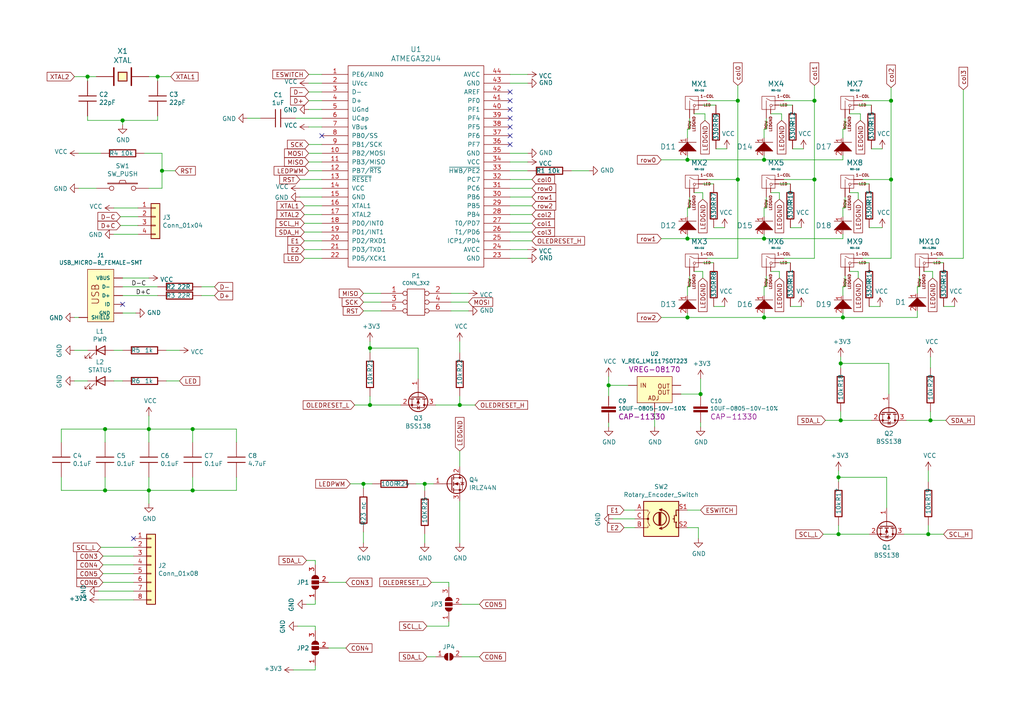
<source format=kicad_sch>
(kicad_sch (version 20210126) (generator eeschema)
  (paper "A4")
  (lib_symbols
    (symbol "Connector_Generic:Conn_01x04" (pin_names (offset 1.016) hide)
      (property "Reference" "J" (at 0 5.08 0))
      (property "Value" "Conn_01x04" (at 0 -7.62 0))
      (symbol "Conn_01x04_1_1"
        (pin passive line (at -5.08 2.54 0) (length 3.81) (name "Pin_1") (number "1"))
        (pin passive line (at -5.08 0 0) (length 3.81) (name "Pin_2") (number "2"))
        (pin passive line (at -5.08 -2.54 0) (length 3.81) (name "Pin_3") (number "3"))
        (pin passive line (at -5.08 -5.08 0) (length 3.81) (name "Pin_4") (number "4"))
      )
    )
    (symbol "Connector_Generic:Conn_01x08" (pin_names (offset 1.016) hide)
      (property "Reference" "J" (at 0 10.16 0))
      (property "Value" "Conn_01x08" (at 0 -12.7 0))
      (symbol "Conn_01x08_1_1"
        (pin passive line (at -5.08 7.62 0) (length 3.81) (name "Pin_1") (number "1"))
        (pin passive line (at -5.08 5.08 0) (length 3.81) (name "Pin_2") (number "2"))
        (pin passive line (at -5.08 2.54 0) (length 3.81) (name "Pin_3") (number "3"))
        (pin passive line (at -5.08 0 0) (length 3.81) (name "Pin_4") (number "4"))
        (pin passive line (at -5.08 -2.54 0) (length 3.81) (name "Pin_5") (number "5"))
        (pin passive line (at -5.08 -5.08 0) (length 3.81) (name "Pin_6") (number "6"))
        (pin passive line (at -5.08 -7.62 0) (length 3.81) (name "Pin_7") (number "7"))
        (pin passive line (at -5.08 -10.16 0) (length 3.81) (name "Pin_8") (number "8"))
      )
    )
    (symbol "Device:LED" (pin_numbers hide) (pin_names (offset 1.016) hide)
      (property "Reference" "D" (at 0 2.54 0))
      (property "Value" "LED" (at 0 -2.54 0))
      (symbol "LED_1_1"
        (pin passive line (at -3.81 0 0) (length 2.54) (name "K") (number "1"))
        (pin passive line (at 3.81 0 180) (length 2.54) (name "A") (number "2"))
      )
    )
    (symbol "Device:Rotary_Encoder_Switch" (pin_names (offset 0.254) hide)
      (property "Reference" "SW" (at 0 6.604 0))
      (property "Value" "Rotary_Encoder_Switch" (at 0 -6.604 0))
      (symbol "Rotary_Encoder_Switch_1_1"
        (pin passive line (at -7.62 2.54 0) (length 2.54) (name "A") (number "A"))
        (pin passive line (at -7.62 -2.54 0) (length 2.54) (name "B") (number "B"))
        (pin passive line (at -7.62 0 0) (length 2.54) (name "C") (number "C"))
        (pin passive line (at 7.62 2.54 180) (length 2.54) (name "S1") (number "S1"))
        (pin passive line (at 7.62 -2.54 180) (length 2.54) (name "S2") (number "S2"))
      )
    )
    (symbol "Jumper:SolderJumper_2_Open" (pin_names (offset 0) hide)
      (property "Reference" "JP" (at 0 2.032 0))
      (property "Value" "SolderJumper_2_Open" (at 0 -2.54 0))
      (symbol "SolderJumper_2_Open_1_1"
        (pin passive line (at -3.81 0 0) (length 2.54) (name "A") (number "1"))
        (pin passive line (at 3.81 0 180) (length 2.54) (name "B") (number "2"))
      )
    )
    (symbol "Jumper:SolderJumper_3_Open" (pin_names (offset 0) hide)
      (property "Reference" "JP" (at -2.54 -2.54 0))
      (property "Value" "SolderJumper_3_Open" (at 0 2.794 0))
      (symbol "SolderJumper_3_Open_1_1"
        (pin passive line (at -5.08 0 0) (length 2.54) (name "A") (number "1"))
        (pin input line (at 0 -3.81 90) (length 2.54) (name "C") (number "2"))
        (pin passive line (at 5.08 0 180) (length 2.54) (name "B") (number "3"))
      )
    )
    (symbol "SparkFun-Capacitors:10UF-0805-10V-10%" (pin_numbers hide) (pin_names (offset 1.016) hide)
      (property "Reference" "C" (at 1.524 2.921 0))
      (property "Value" "10UF-0805-10V-10%" (at 1.524 -2.159 0))
      (property "Field4" "CAP-11330" (at 0 7.62 0))
      (symbol "10UF-0805-10V-10%_1_1"
        (pin passive line (at 0 5.08 270) (length 2.54) (name "1") (number "1"))
        (pin passive line (at 0 -2.54 90) (length 2.54) (name "2") (number "2"))
      )
    )
    (symbol "SparkFun-Connectors:USB_MICRO-B_FEMALE-SMT" (pin_numbers hide) (pin_names (offset 1.016))
      (property "Reference" "J" (at -3.81 8.89 0))
      (property "Value" "USB_MICRO-B_FEMALE-SMT" (at -3.81 -10.16 0))
      (property "Field4" "CONN-11752" (at 0 12.7 0))
      (symbol "USB_MICRO-B_FEMALE-SMT_1_0"
        (text "USB" (at 1.524 0.381 900) (effects (font (size 2.032 2.032))))
      )
      (symbol "USB_MICRO-B_FEMALE-SMT_1_1"
        (pin bidirectional line (at -6.35 0 0) (length 2.54) (name "D+") (number "D+"))
        (pin bidirectional line (at -6.35 2.54 0) (length 2.54) (name "D-") (number "D-"))
        (pin power_in line (at -6.35 -5.08 0) (length 2.54) (name "GND") (number "GND"))
        (pin bidirectional line (at -6.35 -2.54 0) (length 2.54) (name "ID") (number "ID"))
        (pin bidirectional line (at 6.35 -6.35 180) (length 2.54) (name "SHIELD") (number "SHIE"))
        (pin bidirectional line (at 6.35 -6.35 180) (length 2.54) hide (name "SHIELD") (number "SHIE"))
        (pin bidirectional line (at 6.35 -6.35 180) (length 2.54) hide (name "SHIELD") (number "SHIE"))
        (pin power_in line (at -6.35 5.08 0) (length 2.54) (name "VBUS") (number "VBUS"))
      )
    )
    (symbol "SparkFun-IC-Power:V_REG_LM1117SOT223" (pin_numbers hide) (pin_names (offset 1.016) hide)
      (property "Reference" "U" (at -5.08 3.81 0))
      (property "Value" "V_REG_LM1117SOT223" (at 1.27 -7.62 0))
      (property "Field4" "VREG-08170" (at 0 6.35 0))
      (symbol "V_REG_LM1117SOT223_1_0"
        (text "ADJ" (at -0.2794 -3.7084 0) (effects (font (size 1.2192 1.2192))))
        (text "IN" (at -3.2766 -0.0254 0) (effects (font (size 1.2192 1.2192))))
        (text "OUT" (at 2.6416 -2.0574 0) (effects (font (size 1.2192 1.2192))))
        (text "OUT" (at 2.6416 -0.2794 0) (effects (font (size 1.2192 1.2192))))
      )
      (symbol "V_REG_LM1117SOT223_1_1"
        (pin input line (at 0 -7.62 90) (length 2.54) (name "ADJ") (number "1"))
        (pin output line (at 7.62 0 180) (length 2.54) (name "OUT") (number "2"))
        (pin input line (at -7.62 0 0) (length 2.54) (name "IN") (number "3"))
        (pin output line (at 7.62 -2.54 180) (length 2.54) (name "OUT") (number "4"))
      )
    )
    (symbol "Transistor_FET:BSS138" (pin_names hide)
      (property "Reference" "Q" (at 5.08 1.905 0))
      (property "Value" "BSS138" (at 5.08 0 0))
      (symbol "BSS138_1_1"
        (pin input line (at -5.08 0 0) (length 2.54) (name "G") (number "1"))
        (pin passive line (at 2.54 -5.08 90) (length 2.54) (name "S") (number "2"))
        (pin passive line (at 2.54 5.08 270) (length 2.54) (name "D") (number "3"))
      )
    )
    (symbol "Transistor_FET:IRLZ44N" (pin_names hide)
      (property "Reference" "Q" (at 6.35 1.905 0))
      (property "Value" "IRLZ44N" (at 6.35 0 0))
      (symbol "IRLZ44N_1_1"
        (pin input line (at -5.08 0 0) (length 2.54) (name "G") (number "1"))
        (pin passive line (at 2.54 5.08 270) (length 2.54) (name "D") (number "2"))
        (pin passive line (at 2.54 -5.08 90) (length 2.54) (name "S") (number "3"))
      )
    )
    (symbol "board-rescue:ATMEGA32U4-keyboard_parts-board-rescue" (pin_names (offset 1.016))
      (property "Reference" "U" (at 0 -31.75 0))
      (property "Value" "ATMEGA32U4-keyboard_parts-board-rescue" (at 0 31.75 0))
      (symbol "ATMEGA32U4-keyboard_parts-board-rescue_1_1"
        (pin bidirectional line (at -26.67 26.67 0) (length 7.62) (name "PE6/AIN0") (number "1"))
        (pin bidirectional line (at -26.67 3.81 0) (length 7.62) (name "PB2/MOSI") (number "10"))
        (pin bidirectional line (at -26.67 1.27 0) (length 7.62) (name "PB3/MISO") (number "11"))
        (pin bidirectional line (at -26.67 -1.27 0) (length 7.62) (name "PB7/~RTS") (number "12"))
        (pin input line (at -26.67 -3.81 0) (length 7.62) (name "~RESET") (number "13"))
        (pin power_in line (at -26.67 -6.35 0) (length 7.62) (name "VCC") (number "14"))
        (pin power_in line (at -26.67 -8.89 0) (length 7.62) (name "GND") (number "15"))
        (pin input line (at -26.67 -11.43 0) (length 7.62) (name "XTAL1") (number "16"))
        (pin output line (at -26.67 -13.97 0) (length 7.62) (name "XTAL2") (number "17"))
        (pin bidirectional line (at -26.67 -16.51 0) (length 7.62) (name "PD0/INT0") (number "18"))
        (pin bidirectional line (at -26.67 -19.05 0) (length 7.62) (name "PD1/INT1") (number "19"))
        (pin power_in line (at -26.67 24.13 0) (length 7.62) (name "UVcc") (number "2"))
        (pin bidirectional line (at -26.67 -21.59 0) (length 7.62) (name "PD2/RXD1") (number "20"))
        (pin bidirectional line (at -26.67 -24.13 0) (length 7.62) (name "PD3/TXD1") (number "21"))
        (pin bidirectional line (at -26.67 -26.67 0) (length 7.62) (name "PD5/XCK1") (number "22"))
        (pin power_in line (at 27.94 -26.67 180) (length 7.62) (name "GND") (number "23"))
        (pin power_in line (at 27.94 -24.13 180) (length 7.62) (name "AVCC") (number "24"))
        (pin bidirectional line (at 27.94 -21.59 180) (length 7.62) (name "ICP1/PD4") (number "25"))
        (pin bidirectional line (at 27.94 -19.05 180) (length 7.62) (name "T1/PD6") (number "26"))
        (pin bidirectional line (at 27.94 -16.51 180) (length 7.62) (name "T0/PD7") (number "27"))
        (pin bidirectional line (at 27.94 -13.97 180) (length 7.62) (name "PB4") (number "28"))
        (pin bidirectional line (at 27.94 -11.43 180) (length 7.62) (name "PB5") (number "29"))
        (pin bidirectional line (at -26.67 21.59 0) (length 7.62) (name "D-") (number "3"))
        (pin bidirectional line (at 27.94 -8.89 180) (length 7.62) (name "PB6") (number "30"))
        (pin bidirectional line (at 27.94 -6.35 180) (length 7.62) (name "PC6") (number "31"))
        (pin bidirectional line (at 27.94 -3.81 180) (length 7.62) (name "PC7") (number "32"))
        (pin bidirectional line (at 27.94 -1.27 180) (length 7.62) (name "~HWB/PE2") (number "33"))
        (pin power_in line (at 27.94 1.27 180) (length 7.62) (name "VCC") (number "34"))
        (pin power_in line (at 27.94 3.81 180) (length 7.62) (name "GND") (number "35"))
        (pin bidirectional line (at 27.94 6.35 180) (length 7.62) (name "PF7") (number "36"))
        (pin bidirectional line (at 27.94 8.89 180) (length 7.62) (name "PF6") (number "37"))
        (pin bidirectional line (at 27.94 11.43 180) (length 7.62) (name "PF5") (number "38"))
        (pin bidirectional line (at 27.94 13.97 180) (length 7.62) (name "PF4") (number "39"))
        (pin bidirectional line (at -26.67 19.05 0) (length 7.62) (name "D+") (number "4"))
        (pin bidirectional line (at 27.94 16.51 180) (length 7.62) (name "PF1") (number "40"))
        (pin bidirectional line (at 27.94 19.05 180) (length 7.62) (name "PF0") (number "41"))
        (pin input line (at 27.94 21.59 180) (length 7.62) (name "AREF") (number "42"))
        (pin power_in line (at 27.94 24.13 180) (length 7.62) (name "GND") (number "43"))
        (pin power_in line (at 27.94 26.67 180) (length 7.62) (name "AVCC") (number "44"))
        (pin power_in line (at -26.67 16.51 0) (length 7.62) (name "UGnd") (number "5"))
        (pin input line (at -26.67 13.97 0) (length 7.62) (name "UCap") (number "6"))
        (pin input line (at -26.67 11.43 0) (length 7.62) (name "VBus") (number "7"))
        (pin bidirectional line (at -26.67 8.89 0) (length 7.62) (name "PB0/SS") (number "8"))
        (pin bidirectional line (at -26.67 6.35 0) (length 7.62) (name "PB1/SCK") (number "9"))
      )
    )
    (symbol "board-rescue:C-keyboard_parts-board-rescue" (pin_numbers hide) (pin_names (offset 0.254))
      (property "Reference" "C" (at 1.27 2.54 0))
      (property "Value" "C-keyboard_parts-board-rescue" (at 1.27 -2.54 0))
      (symbol "C-keyboard_parts-board-rescue_1_1"
        (pin passive line (at 0 5.08 270) (length 4.318) (name "~") (number "1"))
        (pin passive line (at 0 -5.08 90) (length 4.318) (name "~") (number "2"))
      )
    )
    (symbol "board-rescue:CONN_3X2-keyboard_parts-board-rescue" (pin_names (offset 1.016) hide)
      (property "Reference" "P" (at 0 5.08 0))
      (property "Value" "CONN_3X2-keyboard_parts-board-rescue" (at 0 0 90))
      (symbol "CONN_3X2-keyboard_parts-board-rescue_1_1"
        (pin passive inverted (at -10.16 2.54 0) (length 7.62) (name "1") (number "1"))
        (pin passive inverted (at 10.16 2.54 180) (length 7.62) (name "2") (number "2"))
        (pin passive inverted (at -10.16 0 0) (length 7.62) (name "3") (number "3"))
        (pin passive inverted (at 10.16 0 180) (length 7.62) (name "4") (number "4"))
        (pin passive inverted (at -10.16 -2.54 0) (length 7.62) (name "5") (number "5"))
        (pin passive inverted (at 10.16 -2.54 180) (length 7.62) (name "6") (number "6"))
      )
    )
    (symbol "board-rescue:D-keyboard_parts-board-rescue" (pin_names (offset 1.016))
      (property "Reference" "D" (at -3.81 -1.27 90))
      (symbol "D-keyboard_parts-board-rescue_1_1"
        (pin passive line (at 0 1.27 270) (length 1.27) (name "~") (number "1"))
        (pin passive line (at 0 -3.81 90) (length 1.27) (name "~") (number "2"))
      )
    )
    (symbol "board-rescue:MX-1.25U-MX_Alps_Hybrids-board-rescue" (pin_names (offset 1.016))
      (property "Reference" "MX" (at 0 3.175 0))
      (property "Value" "MX-1.25U-MX_Alps_Hybrids-board-rescue" (at 0 1.27 0))
      (symbol "MX-1.25U-MX_Alps_Hybrids-board-rescue_0_0"
        (text "1-COL" (at 4.445 1.905 0) (effects (font (size 0.762 0.762))))
        (text "LED" (at 4.445 -0.635 0) (effects (font (size 0.762 0.762))))
        (text "ROW" (at -0.635 -5.08 900) (effects (font (size 0.762 0.762)) (justify right)))
      )
      (symbol "MX-1.25U-MX_Alps_Hybrids-board-rescue_1_0"
        (text "LEDGND" (at 0.635 -3.81 900) (effects (font (size 0.762 0.762)) (justify right)))
      )
      (symbol "MX-1.25U-MX_Alps_Hybrids-board-rescue_1_1"
        (pin passive line (at 4.445 0.635 180) (length 2.54) (name "COL") (number "1"))
        (pin passive line (at -0.635 -4.445 90) (length 2.54) (name "ROW") (number "2"))
        (pin passive line (at 3.175 -0.635 180) (length 1.27) (name "LED") (number "3"))
        (pin passive line (at 0.635 -3.175 90) (length 1.27) (name "LEDGND") (number "4"))
      )
    )
    (symbol "board-rescue:MX-1U-MX_Alps_Hybrids-board-rescue" (pin_names (offset 1.016))
      (property "Reference" "MX" (at 0 3.175 0))
      (property "Value" "MX-1U-MX_Alps_Hybrids-board-rescue" (at 0 1.27 0))
      (symbol "MX-1U-MX_Alps_Hybrids-board-rescue_0_0"
        (text "1-COL" (at 4.445 1.905 0) (effects (font (size 0.762 0.762))))
        (text "LED" (at 4.445 -0.635 0) (effects (font (size 0.762 0.762))))
        (text "ROW" (at -0.635 -5.08 900) (effects (font (size 0.762 0.762)) (justify right)))
      )
      (symbol "MX-1U-MX_Alps_Hybrids-board-rescue_1_0"
        (text "LEDGND" (at 0.635 -3.81 900) (effects (font (size 0.762 0.762)) (justify right)))
      )
      (symbol "MX-1U-MX_Alps_Hybrids-board-rescue_1_1"
        (pin passive line (at 4.445 0.635 180) (length 2.54) (name "COL") (number "1"))
        (pin passive line (at -0.635 -4.445 90) (length 2.54) (name "ROW") (number "2"))
        (pin passive line (at 3.175 -0.635 180) (length 1.27) (name "LED") (number "3"))
        (pin passive line (at 0.635 -3.175 90) (length 1.27) (name "LEDGND") (number "4"))
      )
    )
    (symbol "board-rescue:R-keyboard_parts-board-rescue" (pin_numbers hide) (pin_names (offset 0))
      (property "Reference" "R" (at 2.032 0 90))
      (property "Value" "R-keyboard_parts-board-rescue" (at 0 0 90))
      (symbol "R-keyboard_parts-board-rescue_1_1"
        (pin passive line (at 0 6.35 270) (length 2.54) (name "~") (number "1"))
        (pin passive line (at 0 -6.35 90) (length 2.54) (name "~") (number "2"))
      )
    )
    (symbol "board-rescue:SW_PUSH-keyboard_parts-board-rescue" (pin_numbers hide) (pin_names (offset 1.016) hide)
      (property "Reference" "SW" (at 3.81 2.794 0))
      (property "Value" "SW_PUSH-keyboard_parts-board-rescue" (at 0 -2.032 0))
      (symbol "SW_PUSH-keyboard_parts-board-rescue_0_1"
        (pin passive inverted (at -7.62 0 0) (length 5.08) (name "1") (number "1"))
        (pin passive inverted (at 7.62 0 180) (length 5.08) (name "2") (number "2"))
      )
    )
    (symbol "board-rescue:XTAL-keyboard_parts-board-rescue" (pin_numbers hide) (pin_names (offset 1.016) hide)
      (property "Reference" "X" (at 0 3.81 0))
      (property "Value" "XTAL-keyboard_parts-board-rescue" (at 0 -3.81 0))
      (symbol "XTAL-keyboard_parts-board-rescue_1_1"
        (pin passive line (at -7.62 0 0) (length 5.08) (name "1") (number "1"))
        (pin passive line (at 7.62 0 180) (length 5.08) (name "2") (number "2"))
      )
    )
    (symbol "power:+3V3" (power) (pin_names (offset 0))
      (property "Value" "+3V3" (at 0 3.556 0))
      (symbol "+3V3_1_1"
        (pin power_in line (at 0 0 90) (length 0) hide (name "+3V3") (number "1"))
      )
    )
    (symbol "power:GND" (power) (pin_names (offset 0))
      (property "Value" "GND" (at 0 -3.81 0))
      (symbol "GND_1_1"
        (pin power_in line (at 0 0 270) (length 0) hide (name "GND") (number "1"))
      )
    )
    (symbol "power:VCC" (power) (pin_names (offset 0))
      (property "Value" "VCC" (at 0 3.81 0))
      (symbol "VCC_1_1"
        (pin power_in line (at 0 0 90) (length 0) hide (name "VCC") (number "1"))
      )
    )
  )
  (junction (at 25.4 22.225) (diameter 1.016))
  (junction (at 30.48 124.46) (diameter 1.016))
  (junction (at 30.48 142.24) (diameter 1.016))
  (junction (at 35.56 34.925) (diameter 1.016))
  (junction (at 43.18 124.46) (diameter 1.016))
  (junction (at 43.18 142.24) (diameter 1.016))
  (junction (at 45.72 22.225) (diameter 1.016))
  (junction (at 46.99 49.53) (diameter 1.016))
  (junction (at 55.88 124.46) (diameter 1.016))
  (junction (at 55.88 142.24) (diameter 1.016))
  (junction (at 105.41 140.335) (diameter 1.016))
  (junction (at 107.315 100.965) (diameter 1.016))
  (junction (at 107.315 117.475) (diameter 1.016))
  (junction (at 123.19 140.335) (diameter 1.016))
  (junction (at 133.35 117.475) (diameter 1.016))
  (junction (at 176.53 111.76) (diameter 1.016))
  (junction (at 199.39 46.355) (diameter 1.016))
  (junction (at 199.39 69.215) (diameter 1.016))
  (junction (at 199.39 92.075) (diameter 1.016))
  (junction (at 203.2 114.3) (diameter 1.016))
  (junction (at 213.995 29.21) (diameter 1.016))
  (junction (at 213.995 52.07) (diameter 1.016))
  (junction (at 221.615 46.355) (diameter 1.016))
  (junction (at 221.615 69.215) (diameter 1.016))
  (junction (at 221.615 92.075) (diameter 1.016))
  (junction (at 236.22 29.21) (diameter 1.016))
  (junction (at 236.22 52.07) (diameter 1.016))
  (junction (at 243.205 138.43) (diameter 1.016))
  (junction (at 243.205 154.94) (diameter 1.016))
  (junction (at 243.84 105.41) (diameter 1.016))
  (junction (at 243.84 121.92) (diameter 1.016))
  (junction (at 244.475 92.075) (diameter 1.016))
  (junction (at 258.445 29.21) (diameter 1.016))
  (junction (at 258.445 52.07) (diameter 1.016))
  (junction (at 269.24 154.94) (diameter 1.016))
  (junction (at 269.875 121.92) (diameter 1.016))
  (no_connect (at 35.56 88.265))
  (no_connect (at 38.735 156.21))
  (no_connect (at 93.345 39.37))
  (no_connect (at 147.955 26.67))
  (no_connect (at 147.955 29.21))
  (no_connect (at 147.955 31.75))
  (no_connect (at 147.955 34.29))
  (no_connect (at 147.955 36.83))
  (no_connect (at 147.955 39.37))
  (no_connect (at 147.955 41.91))
  (wire (pts (xy 17.78 124.46) (xy 30.48 124.46)))
  (wire (pts (xy 17.78 128.27) (xy 17.78 124.46)))
  (wire (pts (xy 17.78 138.43) (xy 17.78 142.24)))
  (wire (pts (xy 17.78 142.24) (xy 30.48 142.24)))
  (wire (pts (xy 21.59 92.075) (xy 22.86 92.075)))
  (wire (pts (xy 21.59 101.6) (xy 25.4 101.6)))
  (wire (pts (xy 21.59 110.49) (xy 25.4 110.49)))
  (wire (pts (xy 22.86 44.45) (xy 29.21 44.45)))
  (wire (pts (xy 25.4 22.225) (xy 21.59 22.225)))
  (wire (pts (xy 25.4 22.225) (xy 27.94 22.225)))
  (wire (pts (xy 25.4 23.495) (xy 25.4 22.225)))
  (wire (pts (xy 25.4 33.655) (xy 25.4 34.925)))
  (wire (pts (xy 25.4 34.925) (xy 35.56 34.925)))
  (wire (pts (xy 27.94 54.61) (xy 22.86 54.61)))
  (wire (pts (xy 28.575 173.99) (xy 38.735 173.99)))
  (wire (pts (xy 29.21 158.75) (xy 38.735 158.75)))
  (wire (pts (xy 29.845 161.29) (xy 38.735 161.29)))
  (wire (pts (xy 29.845 166.37) (xy 38.735 166.37)))
  (wire (pts (xy 30.48 124.46) (xy 43.18 124.46)))
  (wire (pts (xy 30.48 128.27) (xy 30.48 124.46)))
  (wire (pts (xy 30.48 138.43) (xy 30.48 142.24)))
  (wire (pts (xy 30.48 142.24) (xy 43.18 142.24)))
  (wire (pts (xy 33.02 60.325) (xy 40.005 60.325)))
  (wire (pts (xy 33.02 101.6) (xy 35.56 101.6)))
  (wire (pts (xy 35.56 34.925) (xy 45.72 34.925)))
  (wire (pts (xy 35.56 36.195) (xy 35.56 34.925)))
  (wire (pts (xy 35.56 83.185) (xy 45.72 83.185)))
  (wire (pts (xy 35.56 85.725) (xy 45.72 85.725)))
  (wire (pts (xy 35.56 110.49) (xy 33.02 110.49)))
  (wire (pts (xy 38.735 163.83) (xy 29.845 163.83)))
  (wire (pts (xy 38.735 168.91) (xy 29.845 168.91)))
  (wire (pts (xy 38.735 171.45) (xy 28.575 171.45)))
  (wire (pts (xy 39.37 90.805) (xy 35.56 90.805)))
  (wire (pts (xy 40.005 62.865) (xy 34.925 62.865)))
  (wire (pts (xy 40.005 65.405) (xy 34.925 65.405)))
  (wire (pts (xy 40.005 67.945) (xy 33.02 67.945)))
  (wire (pts (xy 41.91 44.45) (xy 46.99 44.45)))
  (wire (pts (xy 43.18 22.225) (xy 45.72 22.225)))
  (wire (pts (xy 43.18 80.645) (xy 35.56 80.645)))
  (wire (pts (xy 43.18 120.65) (xy 43.18 124.46)))
  (wire (pts (xy 43.18 124.46) (xy 55.88 124.46)))
  (wire (pts (xy 43.18 128.27) (xy 43.18 124.46)))
  (wire (pts (xy 43.18 138.43) (xy 43.18 142.24)))
  (wire (pts (xy 43.18 142.24) (xy 55.88 142.24)))
  (wire (pts (xy 43.18 146.05) (xy 43.18 142.24)))
  (wire (pts (xy 45.72 22.225) (xy 45.72 23.495)))
  (wire (pts (xy 45.72 34.925) (xy 45.72 33.655)))
  (wire (pts (xy 46.99 44.45) (xy 46.99 49.53)))
  (wire (pts (xy 46.99 49.53) (xy 46.99 54.61)))
  (wire (pts (xy 46.99 49.53) (xy 50.8 49.53)))
  (wire (pts (xy 46.99 54.61) (xy 43.18 54.61)))
  (wire (pts (xy 48.26 101.6) (xy 52.07 101.6)))
  (wire (pts (xy 48.26 110.49) (xy 52.07 110.49)))
  (wire (pts (xy 49.53 22.225) (xy 45.72 22.225)))
  (wire (pts (xy 55.88 124.46) (xy 68.58 124.46)))
  (wire (pts (xy 55.88 128.27) (xy 55.88 124.46)))
  (wire (pts (xy 55.88 138.43) (xy 55.88 142.24)))
  (wire (pts (xy 55.88 142.24) (xy 68.58 142.24)))
  (wire (pts (xy 62.23 83.185) (xy 58.42 83.185)))
  (wire (pts (xy 62.23 85.725) (xy 58.42 85.725)))
  (wire (pts (xy 68.58 124.46) (xy 68.58 128.27)))
  (wire (pts (xy 68.58 142.24) (xy 68.58 138.43)))
  (wire (pts (xy 75.565 34.29) (xy 71.755 34.29)))
  (wire (pts (xy 85.09 194.31) (xy 91.44 194.31)))
  (wire (pts (xy 85.725 34.29) (xy 93.345 34.29)))
  (wire (pts (xy 86.36 181.61) (xy 91.44 181.61)))
  (wire (pts (xy 88.265 59.69) (xy 93.345 59.69)))
  (wire (pts (xy 88.265 64.77) (xy 93.345 64.77)))
  (wire (pts (xy 88.265 67.31) (xy 93.345 67.31)))
  (wire (pts (xy 88.265 69.85) (xy 93.345 69.85)))
  (wire (pts (xy 88.265 72.39) (xy 93.345 72.39)))
  (wire (pts (xy 88.265 74.93) (xy 93.345 74.93)))
  (wire (pts (xy 88.9 162.56) (xy 91.44 162.56)))
  (wire (pts (xy 88.9 175.26) (xy 91.44 175.26)))
  (wire (pts (xy 89.535 36.83) (xy 93.345 36.83)))
  (wire (pts (xy 91.44 162.56) (xy 91.44 163.83)))
  (wire (pts (xy 91.44 175.26) (xy 91.44 173.99)))
  (wire (pts (xy 91.44 181.61) (xy 91.44 182.88)))
  (wire (pts (xy 91.44 194.31) (xy 91.44 193.04)))
  (wire (pts (xy 93.345 21.59) (xy 89.535 21.59)))
  (wire (pts (xy 93.345 24.13) (xy 89.535 24.13)))
  (wire (pts (xy 93.345 26.67) (xy 89.535 26.67)))
  (wire (pts (xy 93.345 29.21) (xy 89.535 29.21)))
  (wire (pts (xy 93.345 31.75) (xy 89.535 31.75)))
  (wire (pts (xy 93.345 41.91) (xy 89.535 41.91)))
  (wire (pts (xy 93.345 44.45) (xy 89.535 44.45)))
  (wire (pts (xy 93.345 46.99) (xy 89.535 46.99)))
  (wire (pts (xy 93.345 49.53) (xy 89.535 49.53)))
  (wire (pts (xy 93.345 52.07) (xy 86.995 52.07)))
  (wire (pts (xy 93.345 54.61) (xy 86.995 54.61)))
  (wire (pts (xy 93.345 57.15) (xy 86.995 57.15)))
  (wire (pts (xy 93.345 62.23) (xy 88.265 62.23)))
  (wire (pts (xy 100.33 168.91) (xy 95.25 168.91)))
  (wire (pts (xy 100.33 187.96) (xy 95.25 187.96)))
  (wire (pts (xy 101.6 140.335) (xy 105.41 140.335)))
  (wire (pts (xy 105.41 85.09) (xy 110.49 85.09)))
  (wire (pts (xy 105.41 90.17) (xy 110.49 90.17)))
  (wire (pts (xy 105.41 140.335) (xy 105.41 141.605)))
  (wire (pts (xy 105.41 157.48) (xy 105.41 154.305)))
  (wire (pts (xy 107.315 100.965) (xy 107.315 99.06)))
  (wire (pts (xy 107.315 100.965) (xy 121.285 100.965)))
  (wire (pts (xy 107.315 102.235) (xy 107.315 100.965)))
  (wire (pts (xy 107.315 117.475) (xy 102.87 117.475)))
  (wire (pts (xy 107.315 117.475) (xy 107.315 114.935)))
  (wire (pts (xy 107.95 140.335) (xy 105.41 140.335)))
  (wire (pts (xy 110.49 87.63) (xy 105.41 87.63)))
  (wire (pts (xy 116.205 117.475) (xy 107.315 117.475)))
  (wire (pts (xy 120.65 140.335) (xy 123.19 140.335)))
  (wire (pts (xy 121.285 100.965) (xy 121.285 109.855)))
  (wire (pts (xy 123.19 140.335) (xy 123.19 142.24)))
  (wire (pts (xy 123.19 140.335) (xy 125.73 140.335)))
  (wire (pts (xy 123.19 157.48) (xy 123.19 154.94)))
  (wire (pts (xy 123.825 181.61) (xy 130.175 181.61)))
  (wire (pts (xy 123.825 190.5) (xy 126.365 190.5)))
  (wire (pts (xy 125.095 168.91) (xy 130.175 168.91)))
  (wire (pts (xy 126.365 117.475) (xy 133.35 117.475)))
  (wire (pts (xy 130.175 168.91) (xy 130.175 170.18)))
  (wire (pts (xy 130.175 181.61) (xy 130.175 180.34)))
  (wire (pts (xy 130.81 85.09) (xy 135.89 85.09)))
  (wire (pts (xy 130.81 90.17) (xy 135.89 90.17)))
  (wire (pts (xy 133.35 102.235) (xy 133.35 99.06)))
  (wire (pts (xy 133.35 117.475) (xy 133.35 114.935)))
  (wire (pts (xy 133.35 117.475) (xy 137.795 117.475)))
  (wire (pts (xy 133.35 135.255) (xy 133.35 130.81)))
  (wire (pts (xy 133.35 145.415) (xy 133.35 157.48)))
  (wire (pts (xy 133.985 175.26) (xy 139.065 175.26)))
  (wire (pts (xy 135.89 87.63) (xy 130.81 87.63)))
  (wire (pts (xy 139.065 190.5) (xy 133.985 190.5)))
  (wire (pts (xy 147.955 24.13) (xy 153.035 24.13)))
  (wire (pts (xy 147.955 57.15) (xy 154.305 57.15)))
  (wire (pts (xy 147.955 59.69) (xy 154.305 59.69)))
  (wire (pts (xy 147.955 62.23) (xy 154.305 62.23)))
  (wire (pts (xy 147.955 69.85) (xy 154.305 69.85)))
  (wire (pts (xy 153.035 21.59) (xy 147.955 21.59)))
  (wire (pts (xy 153.035 44.45) (xy 147.955 44.45)))
  (wire (pts (xy 153.035 46.99) (xy 147.955 46.99)))
  (wire (pts (xy 153.035 49.53) (xy 147.955 49.53)))
  (wire (pts (xy 153.035 72.39) (xy 147.955 72.39)))
  (wire (pts (xy 153.035 74.93) (xy 147.955 74.93)))
  (wire (pts (xy 154.305 52.07) (xy 147.955 52.07)))
  (wire (pts (xy 154.305 54.61) (xy 147.955 54.61)))
  (wire (pts (xy 154.305 64.77) (xy 147.955 64.77)))
  (wire (pts (xy 154.305 67.31) (xy 147.955 67.31)))
  (wire (pts (xy 170.815 49.53) (xy 165.735 49.53)))
  (wire (pts (xy 176.53 111.76) (xy 176.53 109.22)))
  (wire (pts (xy 176.53 114.935) (xy 176.53 111.76)))
  (wire (pts (xy 176.53 122.555) (xy 176.53 123.825)))
  (wire (pts (xy 177.8 150.495) (xy 184.15 150.495)))
  (wire (pts (xy 182.245 111.76) (xy 176.53 111.76)))
  (wire (pts (xy 184.15 147.955) (xy 180.975 147.955)))
  (wire (pts (xy 184.15 153.035) (xy 180.975 153.035)))
  (wire (pts (xy 189.865 119.38) (xy 189.865 123.825)))
  (wire (pts (xy 191.77 46.355) (xy 199.39 46.355)))
  (wire (pts (xy 191.77 69.215) (xy 199.39 69.215)))
  (wire (pts (xy 191.77 92.075) (xy 199.39 92.075)))
  (wire (pts (xy 197.485 114.3) (xy 203.2 114.3)))
  (wire (pts (xy 199.39 37.465) (xy 199.39 40.005)))
  (wire (pts (xy 199.39 46.355) (xy 199.39 45.085)))
  (wire (pts (xy 199.39 46.355) (xy 221.615 46.355)))
  (wire (pts (xy 199.39 60.325) (xy 199.39 62.865)))
  (wire (pts (xy 199.39 69.215) (xy 199.39 67.945)))
  (wire (pts (xy 199.39 69.215) (xy 221.615 69.215)))
  (wire (pts (xy 199.39 83.185) (xy 199.39 85.725)))
  (wire (pts (xy 199.39 92.075) (xy 199.39 90.805)))
  (wire (pts (xy 199.39 92.075) (xy 221.615 92.075)))
  (wire (pts (xy 199.39 147.955) (xy 203.2 147.955)))
  (wire (pts (xy 199.39 153.035) (xy 202.565 153.035)))
  (wire (pts (xy 200.025 34.29) (xy 200.025 37.465)))
  (wire (pts (xy 200.025 37.465) (xy 199.39 37.465)))
  (wire (pts (xy 200.025 57.15) (xy 200.025 60.325)))
  (wire (pts (xy 200.025 60.325) (xy 199.39 60.325)))
  (wire (pts (xy 200.025 80.01) (xy 200.025 83.185)))
  (wire (pts (xy 200.025 83.185) (xy 199.39 83.185)))
  (wire (pts (xy 201.295 33.02) (xy 204.47 33.02)))
  (wire (pts (xy 201.295 55.88) (xy 203.835 55.88)))
  (wire (pts (xy 201.295 78.74) (xy 203.835 78.74)))
  (wire (pts (xy 202.565 153.035) (xy 202.565 156.21)))
  (wire (pts (xy 203.2 109.855) (xy 203.2 114.3)))
  (wire (pts (xy 203.2 114.935) (xy 203.2 114.3)))
  (wire (pts (xy 203.2 123.825) (xy 203.2 122.555)))
  (wire (pts (xy 203.835 30.48) (xy 207.645 30.48)))
  (wire (pts (xy 203.835 55.88) (xy 203.835 57.785)))
  (wire (pts (xy 203.835 76.2) (xy 207.01 76.2)))
  (wire (pts (xy 203.835 78.74) (xy 203.835 80.645)))
  (wire (pts (xy 204.47 33.02) (xy 204.47 34.925)))
  (wire (pts (xy 205.105 29.21) (xy 213.995 29.21)))
  (wire (pts (xy 205.105 52.07) (xy 213.995 52.07)))
  (wire (pts (xy 207.01 53.34) (xy 203.835 53.34)))
  (wire (pts (xy 207.01 66.04) (xy 210.185 66.04)))
  (wire (pts (xy 207.01 88.9) (xy 210.185 88.9)))
  (wire (pts (xy 207.645 43.18) (xy 210.82 43.18)))
  (wire (pts (xy 213.995 24.765) (xy 213.995 29.21)))
  (wire (pts (xy 213.995 29.21) (xy 213.995 52.07)))
  (wire (pts (xy 213.995 52.07) (xy 213.995 74.93)))
  (wire (pts (xy 213.995 74.93) (xy 205.105 74.93)))
  (wire (pts (xy 221.615 37.465) (xy 221.615 40.005)))
  (wire (pts (xy 221.615 45.085) (xy 221.615 46.355)))
  (wire (pts (xy 221.615 46.355) (xy 244.475 46.355)))
  (wire (pts (xy 221.615 60.325) (xy 221.615 62.865)))
  (wire (pts (xy 221.615 67.945) (xy 221.615 69.215)))
  (wire (pts (xy 221.615 69.215) (xy 244.475 69.215)))
  (wire (pts (xy 221.615 83.185) (xy 221.615 85.725)))
  (wire (pts (xy 221.615 90.805) (xy 221.615 92.075)))
  (wire (pts (xy 221.615 92.075) (xy 244.475 92.075)))
  (wire (pts (xy 222.25 34.29) (xy 222.25 37.465)))
  (wire (pts (xy 222.25 37.465) (xy 221.615 37.465)))
  (wire (pts (xy 222.25 57.15) (xy 222.25 60.325)))
  (wire (pts (xy 222.25 60.325) (xy 221.615 60.325)))
  (wire (pts (xy 222.25 80.01) (xy 222.25 83.185)))
  (wire (pts (xy 222.25 83.185) (xy 221.615 83.185)))
  (wire (pts (xy 223.52 33.02) (xy 226.695 33.02)))
  (wire (pts (xy 223.52 55.88) (xy 226.06 55.88)))
  (wire (pts (xy 223.52 78.74) (xy 226.06 78.74)))
  (wire (pts (xy 226.06 30.48) (xy 229.87 30.48)))
  (wire (pts (xy 226.06 55.88) (xy 226.06 57.785)))
  (wire (pts (xy 226.06 76.2) (xy 229.235 76.2)))
  (wire (pts (xy 226.06 78.74) (xy 226.06 80.645)))
  (wire (pts (xy 226.695 33.02) (xy 226.695 34.925)))
  (wire (pts (xy 227.33 29.21) (xy 236.22 29.21)))
  (wire (pts (xy 227.33 52.07) (xy 236.22 52.07)))
  (wire (pts (xy 227.33 74.93) (xy 236.22 74.93)))
  (wire (pts (xy 229.235 53.34) (xy 226.06 53.34)))
  (wire (pts (xy 229.235 88.9) (xy 232.41 88.9)))
  (wire (pts (xy 229.87 43.18) (xy 233.045 43.18)))
  (wire (pts (xy 232.41 66.04) (xy 229.235 66.04)))
  (wire (pts (xy 236.22 24.765) (xy 236.22 29.21)))
  (wire (pts (xy 236.22 29.21) (xy 236.22 52.07)))
  (wire (pts (xy 236.22 52.07) (xy 236.22 74.93)))
  (wire (pts (xy 243.205 138.43) (xy 243.205 136.525)))
  (wire (pts (xy 243.205 138.43) (xy 257.175 138.43)))
  (wire (pts (xy 243.205 139.7) (xy 243.205 138.43)))
  (wire (pts (xy 243.205 154.94) (xy 238.76 154.94)))
  (wire (pts (xy 243.205 154.94) (xy 243.205 152.4)))
  (wire (pts (xy 243.84 105.41) (xy 243.84 103.505)))
  (wire (pts (xy 243.84 105.41) (xy 257.81 105.41)))
  (wire (pts (xy 243.84 106.68) (xy 243.84 105.41)))
  (wire (pts (xy 243.84 121.92) (xy 239.395 121.92)))
  (wire (pts (xy 243.84 121.92) (xy 243.84 119.38)))
  (wire (pts (xy 244.475 37.465) (xy 244.475 40.005)))
  (wire (pts (xy 244.475 45.085) (xy 244.475 46.355)))
  (wire (pts (xy 244.475 60.325) (xy 244.475 62.865)))
  (wire (pts (xy 244.475 67.945) (xy 244.475 69.215)))
  (wire (pts (xy 244.475 83.185) (xy 244.475 85.725)))
  (wire (pts (xy 244.475 90.805) (xy 244.475 92.075)))
  (wire (pts (xy 244.475 92.075) (xy 266.065 92.075)))
  (wire (pts (xy 245.11 34.29) (xy 245.11 37.465)))
  (wire (pts (xy 245.11 37.465) (xy 244.475 37.465)))
  (wire (pts (xy 245.11 57.15) (xy 245.11 60.325)))
  (wire (pts (xy 245.11 60.325) (xy 244.475 60.325)))
  (wire (pts (xy 245.11 80.01) (xy 245.11 83.185)))
  (wire (pts (xy 245.11 83.185) (xy 244.475 83.185)))
  (wire (pts (xy 246.38 33.02) (xy 249.555 33.02)))
  (wire (pts (xy 246.38 55.88) (xy 248.92 55.88)))
  (wire (pts (xy 246.38 78.74) (xy 248.92 78.74)))
  (wire (pts (xy 248.92 30.48) (xy 252.73 30.48)))
  (wire (pts (xy 248.92 55.88) (xy 248.92 57.785)))
  (wire (pts (xy 248.92 76.2) (xy 252.095 76.2)))
  (wire (pts (xy 248.92 78.74) (xy 248.92 80.645)))
  (wire (pts (xy 249.555 33.02) (xy 249.555 34.925)))
  (wire (pts (xy 250.19 29.21) (xy 258.445 29.21)))
  (wire (pts (xy 250.19 52.07) (xy 258.445 52.07)))
  (wire (pts (xy 250.19 74.93) (xy 258.445 74.93)))
  (wire (pts (xy 252.095 53.34) (xy 248.92 53.34)))
  (wire (pts (xy 252.095 66.04) (xy 255.905 66.04)))
  (wire (pts (xy 252.095 88.9) (xy 255.27 88.9)))
  (wire (pts (xy 252.095 154.94) (xy 243.205 154.94)))
  (wire (pts (xy 252.73 43.18) (xy 255.905 43.18)))
  (wire (pts (xy 252.73 121.92) (xy 243.84 121.92)))
  (wire (pts (xy 257.175 138.43) (xy 257.175 147.32)))
  (wire (pts (xy 257.81 105.41) (xy 257.81 114.3)))
  (wire (pts (xy 258.445 25.4) (xy 258.445 29.21)))
  (wire (pts (xy 258.445 29.21) (xy 258.445 52.07)))
  (wire (pts (xy 258.445 52.07) (xy 258.445 74.93)))
  (wire (pts (xy 262.255 154.94) (xy 269.24 154.94)))
  (wire (pts (xy 262.89 121.92) (xy 269.875 121.92)))
  (wire (pts (xy 266.065 83.185) (xy 266.065 85.09)))
  (wire (pts (xy 266.065 92.075) (xy 266.065 90.17)))
  (wire (pts (xy 266.7 80.01) (xy 266.7 83.185)))
  (wire (pts (xy 266.7 83.185) (xy 266.065 83.185)))
  (wire (pts (xy 267.97 78.74) (xy 270.51 78.74)))
  (wire (pts (xy 269.24 139.7) (xy 269.24 136.525)))
  (wire (pts (xy 269.24 154.94) (xy 269.24 152.4)))
  (wire (pts (xy 269.24 154.94) (xy 273.685 154.94)))
  (wire (pts (xy 269.875 106.68) (xy 269.875 103.505)))
  (wire (pts (xy 269.875 121.92) (xy 269.875 119.38)))
  (wire (pts (xy 269.875 121.92) (xy 274.32 121.92)))
  (wire (pts (xy 270.51 76.2) (xy 273.685 76.2)))
  (wire (pts (xy 270.51 78.74) (xy 270.51 80.645)))
  (wire (pts (xy 271.78 74.93) (xy 279.4 74.93)))
  (wire (pts (xy 273.685 88.9) (xy 276.86 88.9)))
  (wire (pts (xy 279.4 74.93) (xy 279.4 26.035)))
  (label "D-C" (at 38.1 83.185 0))
  (label "D+C" (at 39.37 85.725 0))
  (global_label "XTAL2" (shape input) (at 21.59 22.225 180) (property "Intersheet References" "${INTERSHEET_REFS}" (effects hide)))
  (global_label "SCL_L" (shape input) (at 29.21 158.75 180) (property "Intersheet References" "${INTERSHEET_REFS}" (effects hide)))
  (global_label "CON3" (shape input) (at 29.845 161.29 180) (property "Intersheet References" "${INTERSHEET_REFS}" (effects hide)))
  (global_label "CON4" (shape input) (at 29.845 163.83 180) (property "Intersheet References" "${INTERSHEET_REFS}" (effects hide)))
  (global_label "CON5" (shape input) (at 29.845 166.37 180) (property "Intersheet References" "${INTERSHEET_REFS}" (effects hide)))
  (global_label "CON6" (shape input) (at 29.845 168.91 180) (property "Intersheet References" "${INTERSHEET_REFS}" (effects hide)))
  (global_label "D-C" (shape input) (at 34.925 62.865 180) (property "Intersheet References" "${INTERSHEET_REFS}" (effects hide)))
  (global_label "D+C" (shape input) (at 34.925 65.405 180) (property "Intersheet References" "${INTERSHEET_REFS}" (effects hide)))
  (global_label "XTAL1" (shape input) (at 49.53 22.225 0) (property "Intersheet References" "${INTERSHEET_REFS}" (effects hide)))
  (global_label "RST" (shape input) (at 50.8 49.53 0) (property "Intersheet References" "${INTERSHEET_REFS}" (effects hide)))
  (global_label "LED" (shape input) (at 52.07 110.49 0) (property "Intersheet References" "${INTERSHEET_REFS}" (effects hide)))
  (global_label "D-" (shape input) (at 62.23 83.185 0) (property "Intersheet References" "${INTERSHEET_REFS}" (effects hide)))
  (global_label "D+" (shape input) (at 62.23 85.725 0) (property "Intersheet References" "${INTERSHEET_REFS}" (effects hide)))
  (global_label "RST" (shape input) (at 86.995 52.07 180) (property "Intersheet References" "${INTERSHEET_REFS}" (effects hide)))
  (global_label "XTAL1" (shape input) (at 88.265 59.69 180) (property "Intersheet References" "${INTERSHEET_REFS}" (effects hide)))
  (global_label "XTAL2" (shape input) (at 88.265 62.23 180) (property "Intersheet References" "${INTERSHEET_REFS}" (effects hide)))
  (global_label "SCL_H" (shape input) (at 88.265 64.77 180) (property "Intersheet References" "${INTERSHEET_REFS}" (effects hide)))
  (global_label "SDA_H" (shape input) (at 88.265 67.31 180) (property "Intersheet References" "${INTERSHEET_REFS}" (effects hide)))
  (global_label "E1" (shape input) (at 88.265 69.85 180) (property "Intersheet References" "${INTERSHEET_REFS}" (effects hide)))
  (global_label "E2" (shape input) (at 88.265 72.39 180) (property "Intersheet References" "${INTERSHEET_REFS}" (effects hide)))
  (global_label "LED" (shape input) (at 88.265 74.93 180) (property "Intersheet References" "${INTERSHEET_REFS}" (effects hide)))
  (global_label "SDA_L" (shape input) (at 88.9 162.56 180) (property "Intersheet References" "${INTERSHEET_REFS}" (effects hide)))
  (global_label "ESWITCH" (shape input) (at 89.535 21.59 180) (property "Intersheet References" "${INTERSHEET_REFS}" (effects hide)))
  (global_label "D-" (shape input) (at 89.535 26.67 180) (property "Intersheet References" "${INTERSHEET_REFS}" (effects hide)))
  (global_label "D+" (shape input) (at 89.535 29.21 180) (property "Intersheet References" "${INTERSHEET_REFS}" (effects hide)))
  (global_label "SCK" (shape input) (at 89.535 41.91 180) (property "Intersheet References" "${INTERSHEET_REFS}" (effects hide)))
  (global_label "MOSI" (shape input) (at 89.535 44.45 180) (property "Intersheet References" "${INTERSHEET_REFS}" (effects hide)))
  (global_label "MISO" (shape input) (at 89.535 46.99 180) (property "Intersheet References" "${INTERSHEET_REFS}" (effects hide)))
  (global_label "LEDPWM" (shape input) (at 89.535 49.53 180) (property "Intersheet References" "${INTERSHEET_REFS}" (effects hide)))
  (global_label "CON3" (shape input) (at 100.33 168.91 0) (property "Intersheet References" "${INTERSHEET_REFS}" (effects hide)))
  (global_label "CON4" (shape input) (at 100.33 187.96 0) (property "Intersheet References" "${INTERSHEET_REFS}" (effects hide)))
  (global_label "LEDPWM" (shape input) (at 101.6 140.335 180) (property "Intersheet References" "${INTERSHEET_REFS}" (effects hide)))
  (global_label "OLEDRESET_L" (shape input) (at 102.87 117.475 180) (property "Intersheet References" "${INTERSHEET_REFS}" (effects hide)))
  (global_label "MISO" (shape input) (at 105.41 85.09 180) (property "Intersheet References" "${INTERSHEET_REFS}" (effects hide)))
  (global_label "SCK" (shape input) (at 105.41 87.63 180) (property "Intersheet References" "${INTERSHEET_REFS}" (effects hide)))
  (global_label "RST" (shape input) (at 105.41 90.17 180) (property "Intersheet References" "${INTERSHEET_REFS}" (effects hide)))
  (global_label "SCL_L" (shape input) (at 123.825 181.61 180) (property "Intersheet References" "${INTERSHEET_REFS}" (effects hide)))
  (global_label "SDA_L" (shape input) (at 123.825 190.5 180) (property "Intersheet References" "${INTERSHEET_REFS}" (effects hide)))
  (global_label "OLEDRESET_L" (shape input) (at 125.095 168.91 180) (property "Intersheet References" "${INTERSHEET_REFS}" (effects hide)))
  (global_label "LEDGND" (shape input) (at 133.35 130.81 90) (property "Intersheet References" "${INTERSHEET_REFS}" (effects hide)))
  (global_label "MOSI" (shape input) (at 135.89 87.63 0) (property "Intersheet References" "${INTERSHEET_REFS}" (effects hide)))
  (global_label "OLEDRESET_H" (shape input) (at 137.795 117.475 0) (property "Intersheet References" "${INTERSHEET_REFS}" (effects hide)))
  (global_label "CON5" (shape input) (at 139.065 175.26 0) (property "Intersheet References" "${INTERSHEET_REFS}" (effects hide)))
  (global_label "CON6" (shape input) (at 139.065 190.5 0) (property "Intersheet References" "${INTERSHEET_REFS}" (effects hide)))
  (global_label "col0" (shape input) (at 154.305 52.07 0) (property "Intersheet References" "${INTERSHEET_REFS}" (effects hide)))
  (global_label "row0" (shape input) (at 154.305 54.61 0) (property "Intersheet References" "${INTERSHEET_REFS}" (effects hide)))
  (global_label "row1" (shape input) (at 154.305 57.15 0) (property "Intersheet References" "${INTERSHEET_REFS}" (effects hide)))
  (global_label "row2" (shape input) (at 154.305 59.69 0) (property "Intersheet References" "${INTERSHEET_REFS}" (effects hide)))
  (global_label "col2" (shape input) (at 154.305 62.23 0) (property "Intersheet References" "${INTERSHEET_REFS}" (effects hide)))
  (global_label "col1" (shape input) (at 154.305 64.77 0) (property "Intersheet References" "${INTERSHEET_REFS}" (effects hide)))
  (global_label "col3" (shape input) (at 154.305 67.31 0) (property "Intersheet References" "${INTERSHEET_REFS}" (effects hide)))
  (global_label "OLEDRESET_H" (shape input) (at 154.305 69.85 0) (property "Intersheet References" "${INTERSHEET_REFS}" (effects hide)))
  (global_label "E1" (shape input) (at 180.975 147.955 180) (property "Intersheet References" "${INTERSHEET_REFS}" (effects hide)))
  (global_label "E2" (shape input) (at 180.975 153.035 180) (property "Intersheet References" "${INTERSHEET_REFS}" (effects hide)))
  (global_label "row0" (shape input) (at 191.77 46.355 180) (property "Intersheet References" "${INTERSHEET_REFS}" (effects hide)))
  (global_label "row1" (shape input) (at 191.77 69.215 180) (property "Intersheet References" "${INTERSHEET_REFS}" (effects hide)))
  (global_label "row2" (shape input) (at 191.77 92.075 180) (property "Intersheet References" "${INTERSHEET_REFS}" (effects hide)))
  (global_label "ESWITCH" (shape input) (at 203.2 147.955 0) (property "Intersheet References" "${INTERSHEET_REFS}" (effects hide)))
  (global_label "LEDGND" (shape input) (at 203.835 57.785 270) (property "Intersheet References" "${INTERSHEET_REFS}" (effects hide)))
  (global_label "LEDGND" (shape input) (at 203.835 80.645 270) (property "Intersheet References" "${INTERSHEET_REFS}" (effects hide)))
  (global_label "LEDGND" (shape input) (at 204.47 34.925 270) (property "Intersheet References" "${INTERSHEET_REFS}" (effects hide)))
  (global_label "col0" (shape input) (at 213.995 24.765 90) (property "Intersheet References" "${INTERSHEET_REFS}" (effects hide)))
  (global_label "LEDGND" (shape input) (at 226.06 57.785 270) (property "Intersheet References" "${INTERSHEET_REFS}" (effects hide)))
  (global_label "LEDGND" (shape input) (at 226.06 80.645 270) (property "Intersheet References" "${INTERSHEET_REFS}" (effects hide)))
  (global_label "LEDGND" (shape input) (at 226.695 34.925 270) (property "Intersheet References" "${INTERSHEET_REFS}" (effects hide)))
  (global_label "col1" (shape input) (at 236.22 24.765 90) (property "Intersheet References" "${INTERSHEET_REFS}" (effects hide)))
  (global_label "SCL_L" (shape input) (at 238.76 154.94 180) (property "Intersheet References" "${INTERSHEET_REFS}" (effects hide)))
  (global_label "SDA_L" (shape input) (at 239.395 121.92 180) (property "Intersheet References" "${INTERSHEET_REFS}" (effects hide)))
  (global_label "LEDGND" (shape input) (at 248.92 57.785 270) (property "Intersheet References" "${INTERSHEET_REFS}" (effects hide)))
  (global_label "LEDGND" (shape input) (at 248.92 80.645 270) (property "Intersheet References" "${INTERSHEET_REFS}" (effects hide)))
  (global_label "LEDGND" (shape input) (at 249.555 34.925 270) (property "Intersheet References" "${INTERSHEET_REFS}" (effects hide)))
  (global_label "col2" (shape input) (at 258.445 25.4 90) (property "Intersheet References" "${INTERSHEET_REFS}" (effects hide)))
  (global_label "LEDGND" (shape input) (at 270.51 80.645 270) (property "Intersheet References" "${INTERSHEET_REFS}" (effects hide)))
  (global_label "SCL_H" (shape input) (at 273.685 154.94 0) (property "Intersheet References" "${INTERSHEET_REFS}" (effects hide)))
  (global_label "SDA_H" (shape input) (at 274.32 121.92 0) (property "Intersheet References" "${INTERSHEET_REFS}" (effects hide)))
  (global_label "col3" (shape input) (at 279.4 26.035 90) (property "Intersheet References" "${INTERSHEET_REFS}" (effects hide)))
  (symbol (lib_id "power:VCC") (at 22.86 44.45 90) (unit 1)
    (property "Reference" "#PWR0104" (effects hide))
    (property "Value" "VCC" (at 19.6342 43.9928 90) (effects (justify left)))
  )
  (symbol (lib_id "power:+3V3") (at 28.575 173.99 90) (unit 1)
    (property "Reference" "#PWR0144" (effects hide))
    (property "Value" "+3V3" (at 25.3238 173.609 90) (effects (justify left)))
  )
  (symbol (lib_id "power:VCC") (at 33.02 60.325 90) (unit 1)
    (property "Reference" "#PWR0155" (effects hide))
    (property "Value" "VCC" (at 29.7688 59.8932 90) (effects (justify left)))
  )
  (symbol (lib_id "power:VCC") (at 43.18 80.645 270) (unit 1)
    (property "Reference" "#PWR0120" (effects hide))
    (property "Value" "VCC" (at 46.4312 81.0768 90) (effects (justify left)))
  )
  (symbol (lib_id "power:VCC") (at 43.18 120.65 0) (unit 1)
    (property "Reference" "#PWR0103" (effects hide))
    (property "Value" "VCC" (at 43.6118 116.2558 0))
  )
  (symbol (lib_id "power:VCC") (at 52.07 101.6 270) (unit 1)
    (property "Reference" "#PWR0123" (effects hide))
    (property "Value" "VCC" (at 55.2958 102.0572 90) (effects (justify left)))
  )
  (symbol (lib_id "power:+3V3") (at 85.09 194.31 90) (unit 1)
    (property "Reference" "#PWR0158" (effects hide))
    (property "Value" "+3V3" (at 81.8388 193.929 90) (effects (justify left)))
  )
  (symbol (lib_id "power:VCC") (at 86.995 54.61 90) (unit 1)
    (property "Reference" "#PWR0107" (effects hide))
    (property "Value" "VCC" (at 83.7692 54.1528 90) (effects (justify left)))
  )
  (symbol (lib_id "power:VCC") (at 89.535 24.13 90) (unit 1)
    (property "Reference" "#PWR0118" (effects hide))
    (property "Value" "VCC" (at 86.3092 23.6728 90) (effects (justify left)))
  )
  (symbol (lib_id "power:VCC") (at 89.535 36.83 90) (unit 1)
    (property "Reference" "#PWR0119" (effects hide))
    (property "Value" "VCC" (at 86.3092 36.3728 90) (effects (justify left)))
  )
  (symbol (lib_id "power:+3V3") (at 107.315 99.06 0) (unit 1)
    (property "Reference" "#PWR0148" (effects hide))
    (property "Value" "+3V3" (at 107.696 94.6658 0))
  )
  (symbol (lib_id "power:VCC") (at 133.35 99.06 0) (unit 1)
    (property "Reference" "#PWR0147" (effects hide))
    (property "Value" "VCC" (at 133.7818 94.6658 0))
  )
  (symbol (lib_id "power:VCC") (at 135.89 85.09 270) (unit 1)
    (property "Reference" "#PWR0125" (effects hide))
    (property "Value" "VCC" (at 139.1412 85.5218 90) (effects (justify left)))
  )
  (symbol (lib_id "power:VCC") (at 153.035 21.59 270) (unit 1)
    (property "Reference" "#PWR0115" (effects hide))
    (property "Value" "VCC" (at 156.2862 22.0218 90) (effects (justify left)))
  )
  (symbol (lib_id "power:VCC") (at 153.035 46.99 270) (unit 1)
    (property "Reference" "#PWR0117" (effects hide))
    (property "Value" "VCC" (at 156.2862 47.4218 90) (effects (justify left)))
  )
  (symbol (lib_id "power:VCC") (at 153.035 72.39 270) (unit 1)
    (property "Reference" "#PWR0114" (effects hide))
    (property "Value" "VCC" (at 156.2862 72.8218 90) (effects (justify left)))
  )
  (symbol (lib_id "power:VCC") (at 176.53 109.22 0) (unit 1)
    (property "Reference" "#PWR0139" (effects hide))
    (property "Value" "VCC" (at 176.9618 104.8258 0))
  )
  (symbol (lib_id "power:+3V3") (at 203.2 109.855 0) (unit 1)
    (property "Reference" "#PWR0140" (effects hide))
    (property "Value" "+3V3" (at 203.581 105.4608 0))
  )
  (symbol (lib_id "power:VCC") (at 210.185 66.04 0) (unit 1)
    (property "Reference" "#PWR0131" (effects hide))
    (property "Value" "VCC" (at 210.6168 61.6458 0))
  )
  (symbol (lib_id "power:VCC") (at 210.185 88.9 0) (unit 1)
    (property "Reference" "#PWR0132" (effects hide))
    (property "Value" "VCC" (at 210.6168 84.5058 0))
  )
  (symbol (lib_id "power:VCC") (at 210.82 43.18 0) (unit 1)
    (property "Reference" "#PWR0126" (effects hide))
    (property "Value" "VCC" (at 211.2518 38.7858 0))
  )
  (symbol (lib_id "power:VCC") (at 232.41 66.04 0) (unit 1)
    (property "Reference" "#PWR0130" (effects hide))
    (property "Value" "VCC" (at 232.8418 61.6458 0))
  )
  (symbol (lib_id "power:VCC") (at 232.41 88.9 0) (unit 1)
    (property "Reference" "#PWR0133" (effects hide))
    (property "Value" "VCC" (at 232.8418 84.5058 0))
  )
  (symbol (lib_id "power:VCC") (at 233.045 43.18 0) (unit 1)
    (property "Reference" "#PWR0127" (effects hide))
    (property "Value" "VCC" (at 233.4768 38.7858 0))
  )
  (symbol (lib_id "power:+3V3") (at 243.205 136.525 0) (unit 1)
    (property "Reference" "#PWR0143" (effects hide))
    (property "Value" "+3V3" (at 243.586 132.1308 0))
  )
  (symbol (lib_id "power:+3V3") (at 243.84 103.505 0) (unit 1)
    (property "Reference" "#PWR0138" (effects hide))
    (property "Value" "+3V3" (at 244.221 99.1108 0))
  )
  (symbol (lib_id "power:VCC") (at 255.27 88.9 0) (unit 1)
    (property "Reference" "#PWR0134" (effects hide))
    (property "Value" "VCC" (at 255.7018 84.5058 0))
  )
  (symbol (lib_id "power:VCC") (at 255.905 43.18 0) (unit 1)
    (property "Reference" "#PWR0128" (effects hide))
    (property "Value" "VCC" (at 256.3368 38.7858 0))
  )
  (symbol (lib_id "power:VCC") (at 255.905 66.04 0) (unit 1)
    (property "Reference" "#PWR0129" (effects hide))
    (property "Value" "VCC" (at 256.3368 61.6458 0))
  )
  (symbol (lib_id "power:VCC") (at 269.24 136.525 0) (unit 1)
    (property "Reference" "#PWR0142" (effects hide))
    (property "Value" "VCC" (at 269.6718 132.1308 0))
  )
  (symbol (lib_id "power:VCC") (at 269.875 103.505 0) (unit 1)
    (property "Reference" "#PWR0137" (effects hide))
    (property "Value" "VCC" (at 270.3068 99.1108 0))
  )
  (symbol (lib_id "power:VCC") (at 276.86 88.9 0) (unit 1)
    (property "Reference" "#PWR0135" (effects hide))
    (property "Value" "VCC" (at 277.2918 84.5058 0))
  )
  (symbol (lib_id "power:GND") (at 21.59 92.075 270) (unit 1)
    (property "Reference" "#PWR0159" (effects hide))
    (property "Value" "GND" (at 18.3388 92.202 90) (effects (justify right)))
  )
  (symbol (lib_id "power:GND") (at 21.59 101.6 270) (unit 1)
    (property "Reference" "#PWR0121" (effects hide))
    (property "Value" "GND" (at 17.1958 101.727 0))
  )
  (symbol (lib_id "power:GND") (at 21.59 110.49 270) (unit 1)
    (property "Reference" "#PWR0122" (effects hide))
    (property "Value" "GND" (at 17.1958 110.617 0))
  )
  (symbol (lib_id "power:GND") (at 22.86 54.61 270) (unit 1)
    (property "Reference" "#PWR0105" (effects hide))
    (property "Value" "GND" (at 19.6088 54.737 90) (effects (justify right)))
  )
  (symbol (lib_id "power:GND") (at 28.575 171.45 270) (unit 1)
    (property "Reference" "#PWR0145" (effects hide))
    (property "Value" "GND" (at 24.1808 171.577 0))
  )
  (symbol (lib_id "power:GND") (at 33.02 67.945 270) (unit 1)
    (property "Reference" "#PWR0156" (effects hide))
    (property "Value" "GND" (at 29.7688 68.072 90) (effects (justify right)))
  )
  (symbol (lib_id "power:GND") (at 35.56 36.195 0) (unit 1)
    (property "Reference" "#PWR0102" (effects hide))
    (property "Value" "GND" (at 35.687 40.5892 0))
  )
  (symbol (lib_id "power:GND") (at 39.37 90.805 90) (unit 1)
    (property "Reference" "#PWR0111" (effects hide))
    (property "Value" "GND" (at 42.6212 90.678 90) (effects (justify right)))
  )
  (symbol (lib_id "power:GND") (at 43.18 146.05 0) (unit 1)
    (property "Reference" "#PWR0101" (effects hide))
    (property "Value" "GND" (at 43.307 150.4442 0))
  )
  (symbol (lib_id "power:GND") (at 71.755 34.29 270) (unit 1)
    (property "Reference" "#PWR0113" (effects hide))
    (property "Value" "GND" (at 68.5038 34.417 90) (effects (justify right)))
  )
  (symbol (lib_id "power:GND") (at 86.36 181.61 270) (unit 1)
    (property "Reference" "#PWR0146" (effects hide))
    (property "Value" "GND" (at 81.9658 181.737 0))
  )
  (symbol (lib_id "power:GND") (at 86.995 57.15 270) (unit 1)
    (property "Reference" "#PWR0110" (effects hide))
    (property "Value" "GND" (at 83.7438 57.277 90) (effects (justify right)))
  )
  (symbol (lib_id "power:GND") (at 88.9 175.26 270) (unit 1)
    (property "Reference" "#PWR0157" (effects hide))
    (property "Value" "GND" (at 84.5058 175.387 0))
  )
  (symbol (lib_id "power:GND") (at 89.535 31.75 270) (unit 1)
    (property "Reference" "#PWR0112" (effects hide))
    (property "Value" "GND" (at 86.2838 31.877 90) (effects (justify right)))
  )
  (symbol (lib_id "power:GND") (at 105.41 157.48 0) (unit 1)
    (property "Reference" "#PWR0154" (effects hide))
    (property "Value" "GND" (at 105.537 161.8742 0))
  )
  (symbol (lib_id "power:GND") (at 123.19 157.48 0) (unit 1)
    (property "Reference" "#PWR0153" (effects hide))
    (property "Value" "GND" (at 123.317 161.8742 0))
  )
  (symbol (lib_id "power:GND") (at 133.35 157.48 0) (unit 1)
    (property "Reference" "#PWR0152" (effects hide))
    (property "Value" "GND" (at 133.477 161.8742 0))
  )
  (symbol (lib_id "power:GND") (at 135.89 90.17 90) (unit 1)
    (property "Reference" "#PWR0124" (effects hide))
    (property "Value" "GND" (at 139.1412 90.043 90) (effects (justify right)))
  )
  (symbol (lib_id "power:GND") (at 153.035 24.13 90) (unit 1)
    (property "Reference" "#PWR0108" (effects hide))
    (property "Value" "GND" (at 156.2862 24.003 90) (effects (justify right)))
  )
  (symbol (lib_id "power:GND") (at 153.035 44.45 90) (unit 1)
    (property "Reference" "#PWR0116" (effects hide))
    (property "Value" "GND" (at 156.2862 44.323 90) (effects (justify right)))
  )
  (symbol (lib_id "power:GND") (at 153.035 74.93 90) (unit 1)
    (property "Reference" "#PWR0109" (effects hide))
    (property "Value" "GND" (at 156.2862 74.803 90) (effects (justify right)))
  )
  (symbol (lib_id "power:GND") (at 170.815 49.53 90) (unit 1)
    (property "Reference" "#PWR0106" (effects hide))
    (property "Value" "GND" (at 174.0662 49.403 90) (effects (justify right)))
  )
  (symbol (lib_id "power:GND") (at 176.53 123.825 0) (unit 1)
    (property "Reference" "#PWR0149" (effects hide))
    (property "Value" "GND" (at 176.657 128.2192 0))
  )
  (symbol (lib_id "power:GND") (at 177.8 150.495 270) (unit 1)
    (property "Reference" "#PWR0136" (effects hide))
    (property "Value" "GND" (at 173.4058 150.622 0))
  )
  (symbol (lib_id "power:GND") (at 189.865 123.825 0) (unit 1)
    (property "Reference" "#PWR0141" (effects hide))
    (property "Value" "GND" (at 189.992 128.2192 0))
  )
  (symbol (lib_id "power:GND") (at 202.565 156.21 0) (unit 1)
    (property "Reference" "#PWR0151" (effects hide))
    (property "Value" "GND" (at 202.692 160.6042 0))
  )
  (symbol (lib_id "power:GND") (at 203.2 123.825 0) (unit 1)
    (property "Reference" "#PWR0150" (effects hide))
    (property "Value" "GND" (at 203.327 128.2192 0))
  )
  (symbol (lib_id "Jumper:SolderJumper_2_Open") (at 130.175 190.5 0) (unit 1)
    (property "Reference" "JP4" (at 130.175 187.6298 0))
    (property "Value" "SolderJumper_2_Open" (effects hide))
    (property "Footprint" "Jumper:SolderJumper-2_P1.3mm_Open_RoundedPad1.0x1.5mm" (effects hide))
  )
  (symbol (lib_id "board-rescue:D-keyboard_parts-board-rescue") (at 199.39 41.275 0) (unit 1)
    (property "Reference" "D11" (at 196.1388 42.545 0) (effects (font (size 1.524 1.524)) (justify right)))
    (property "Value" "D" (effects hide))
    (property "Footprint" "keyboard_parts:D_SOD123_axial" (effects hide))
  )
  (symbol (lib_id "board-rescue:D-keyboard_parts-board-rescue") (at 199.39 64.135 0) (unit 1)
    (property "Reference" "D12" (at 196.1388 65.405 0) (effects (font (size 1.524 1.524)) (justify right)))
    (property "Value" "D" (effects hide))
    (property "Footprint" "keyboard_parts:D_SOD123_axial" (effects hide))
  )
  (symbol (lib_id "board-rescue:D-keyboard_parts-board-rescue") (at 199.39 86.995 0) (unit 1)
    (property "Reference" "D13" (at 196.1388 88.265 0) (effects (font (size 1.524 1.524)) (justify right)))
    (property "Value" "D" (effects hide))
    (property "Footprint" "keyboard_parts:D_SOD123_axial" (effects hide))
  )
  (symbol (lib_id "board-rescue:D-keyboard_parts-board-rescue") (at 221.615 41.275 0) (unit 1)
    (property "Reference" "D14" (at 218.3638 42.545 0) (effects (font (size 1.524 1.524)) (justify right)))
    (property "Value" "D" (effects hide))
    (property "Footprint" "keyboard_parts:D_SOD123_axial" (effects hide))
  )
  (symbol (lib_id "board-rescue:D-keyboard_parts-board-rescue") (at 221.615 64.135 0) (unit 1)
    (property "Reference" "D15" (at 218.3638 65.405 0) (effects (font (size 1.524 1.524)) (justify right)))
    (property "Value" "D" (effects hide))
    (property "Footprint" "keyboard_parts:D_SOD123_axial" (effects hide))
  )
  (symbol (lib_id "board-rescue:D-keyboard_parts-board-rescue") (at 221.615 86.995 0) (unit 1)
    (property "Reference" "D16" (at 218.3638 88.265 0) (effects (font (size 1.524 1.524)) (justify right)))
    (property "Value" "D" (effects hide))
    (property "Footprint" "keyboard_parts:D_SOD123_axial" (effects hide))
  )
  (symbol (lib_id "board-rescue:D-keyboard_parts-board-rescue") (at 244.475 41.275 0) (unit 1)
    (property "Reference" "D17" (at 241.2238 42.545 0) (effects (font (size 1.524 1.524)) (justify right)))
    (property "Value" "D" (effects hide))
    (property "Footprint" "keyboard_parts:D_SOD123_axial" (effects hide))
  )
  (symbol (lib_id "board-rescue:D-keyboard_parts-board-rescue") (at 244.475 64.135 0) (unit 1)
    (property "Reference" "D18" (at 241.2238 65.405 0) (effects (font (size 1.524 1.524)) (justify right)))
    (property "Value" "D" (effects hide))
    (property "Footprint" "keyboard_parts:D_SOD123_axial" (effects hide))
  )
  (symbol (lib_id "board-rescue:D-keyboard_parts-board-rescue") (at 244.475 86.995 0) (unit 1)
    (property "Reference" "D19" (at 241.2238 88.265 0) (effects (font (size 1.524 1.524)) (justify right)))
    (property "Value" "D" (effects hide))
    (property "Footprint" "keyboard_parts:D_SOD123_axial" (effects hide))
  )
  (symbol (lib_id "board-rescue:D-keyboard_parts-board-rescue") (at 266.065 86.36 0) (unit 1)
    (property "Reference" "D1" (at 262.8138 87.63 0) (effects (font (size 1.524 1.524)) (justify right)))
    (property "Value" "D" (effects hide))
    (property "Footprint" "keyboard_parts:D_SOD123_axial" (effects hide))
  )
  (symbol (lib_id "board-rescue:R-keyboard_parts-board-rescue") (at 35.56 44.45 270) (unit 1)
    (property "Reference" "R4" (at 33.02 44.45 90))
    (property "Value" "10k" (at 36.83 44.45 90))
    (property "Footprint" "Resistor_SMD:R_0603_1608Metric" (effects hide))
  )
  (symbol (lib_id "board-rescue:R-keyboard_parts-board-rescue") (at 41.91 101.6 90) (unit 1)
    (property "Reference" "R5" (at 39.37 101.6 90))
    (property "Value" "1k" (at 43.18 101.6 90))
    (property "Footprint" "Resistor_SMD:R_0603_1608Metric" (effects hide))
  )
  (symbol (lib_id "board-rescue:R-keyboard_parts-board-rescue") (at 41.91 110.49 90) (unit 1)
    (property "Reference" "R6" (at 39.37 110.49 90))
    (property "Value" "1k" (at 43.18 110.49 90))
    (property "Footprint" "Resistor_SMD:R_0603_1608Metric" (effects hide))
  )
  (symbol (lib_id "board-rescue:R-keyboard_parts-board-rescue") (at 52.07 83.185 90) (unit 1)
    (property "Reference" "R2" (at 49.53 83.185 90))
    (property "Value" "22R" (at 53.34 83.185 90))
    (property "Footprint" "Resistor_SMD:R_0603_1608Metric" (effects hide))
  )
  (symbol (lib_id "board-rescue:R-keyboard_parts-board-rescue") (at 52.07 85.725 90) (unit 1)
    (property "Reference" "R3" (at 49.53 85.725 90))
    (property "Value" "22R" (at 53.34 85.725 90))
    (property "Footprint" "Resistor_SMD:R_0603_1608Metric" (effects hide))
  )
  (symbol (lib_id "board-rescue:R-keyboard_parts-board-rescue") (at 105.41 147.955 0) (mirror y) (unit 1)
    (property "Reference" "R23" (at 105.41 150.495 90))
    (property "Value" "nc" (at 105.41 146.685 90))
    (property "Footprint" "Resistor_SMD:R_0603_1608Metric" (effects hide))
  )
  (symbol (lib_id "board-rescue:R-keyboard_parts-board-rescue") (at 107.315 108.585 180) (unit 1)
    (property "Reference" "R21" (at 107.315 106.045 90))
    (property "Value" "10k" (at 107.315 109.855 90))
    (property "Footprint" "Resistor_SMD:R_0603_1608Metric" (effects hide))
  )
  (symbol (lib_id "board-rescue:R-keyboard_parts-board-rescue") (at 114.3 140.335 90) (mirror x) (unit 1)
    (property "Reference" "R24" (at 116.84 140.335 90))
    (property "Value" "100R" (at 113.03 140.335 90))
    (property "Footprint" "Resistor_SMD:R_0603_1608Metric" (effects hide))
  )
  (symbol (lib_id "board-rescue:R-keyboard_parts-board-rescue") (at 123.19 148.59 0) (mirror x) (unit 1)
    (property "Reference" "R25" (at 123.19 146.05 90))
    (property "Value" "10K" (at 123.19 149.86 90))
    (property "Footprint" "Resistor_SMD:R_0603_1608Metric" (effects hide))
  )
  (symbol (lib_id "board-rescue:R-keyboard_parts-board-rescue") (at 133.35 108.585 180) (unit 1)
    (property "Reference" "R22" (at 133.35 106.045 90))
    (property "Value" "10k" (at 133.35 109.855 90))
    (property "Footprint" "Resistor_SMD:R_0603_1608Metric" (effects hide))
  )
  (symbol (lib_id "board-rescue:R-keyboard_parts-board-rescue") (at 159.385 49.53 270) (mirror x) (unit 1)
    (property "Reference" "R1" (at 156.845 49.53 90))
    (property "Value" "10k" (at 160.655 49.53 90))
    (property "Footprint" "Resistor_SMD:R_0603_1608Metric" (effects hide))
  )
  (symbol (lib_id "board-rescue:R-keyboard_parts-board-rescue") (at 207.01 59.69 0) (mirror x) (unit 1)
    (property "Reference" "R7" (at 207.01 57.15 90))
    (property "Value" "330R" (at 207.01 60.96 90))
    (property "Footprint" "Resistor_SMD:R_0603_1608Metric" (effects hide))
  )
  (symbol (lib_id "board-rescue:R-keyboard_parts-board-rescue") (at 207.01 82.55 0) (mirror x) (unit 1)
    (property "Reference" "R8" (at 207.01 80.01 90))
    (property "Value" "330R" (at 207.01 83.82 90))
    (property "Footprint" "Resistor_SMD:R_0603_1608Metric" (effects hide))
  )
  (symbol (lib_id "board-rescue:R-keyboard_parts-board-rescue") (at 207.645 36.83 0) (mirror x) (unit 1)
    (property "Reference" "R9" (at 207.645 34.29 90))
    (property "Value" "330R" (at 207.645 38.1 90))
    (property "Footprint" "Resistor_SMD:R_0603_1608Metric" (effects hide))
  )
  (symbol (lib_id "board-rescue:R-keyboard_parts-board-rescue") (at 229.235 59.69 0) (mirror x) (unit 1)
    (property "Reference" "R10" (at 229.235 57.15 90))
    (property "Value" "330R" (at 229.235 60.96 90))
    (property "Footprint" "Resistor_SMD:R_0603_1608Metric" (effects hide))
  )
  (symbol (lib_id "board-rescue:R-keyboard_parts-board-rescue") (at 229.235 82.55 0) (mirror x) (unit 1)
    (property "Reference" "R11" (at 229.235 80.01 90))
    (property "Value" "330R" (at 229.235 83.82 90))
    (property "Footprint" "Resistor_SMD:R_0603_1608Metric" (effects hide))
  )
  (symbol (lib_id "board-rescue:R-keyboard_parts-board-rescue") (at 229.87 36.83 0) (mirror x) (unit 1)
    (property "Reference" "R12" (at 229.87 34.29 90))
    (property "Value" "330R" (at 229.87 38.1 90))
    (property "Footprint" "Resistor_SMD:R_0603_1608Metric" (effects hide))
  )
  (symbol (lib_id "board-rescue:R-keyboard_parts-board-rescue") (at 243.205 146.05 180) (unit 1)
    (property "Reference" "R17" (at 243.205 143.51 90))
    (property "Value" "10k" (at 243.205 147.32 90))
    (property "Footprint" "Resistor_SMD:R_0603_1608Metric" (effects hide))
  )
  (symbol (lib_id "board-rescue:R-keyboard_parts-board-rescue") (at 243.84 113.03 180) (unit 1)
    (property "Reference" "R18" (at 243.84 110.49 90))
    (property "Value" "10k" (at 243.84 114.3 90))
    (property "Footprint" "Resistor_SMD:R_0603_1608Metric" (effects hide))
  )
  (symbol (lib_id "board-rescue:R-keyboard_parts-board-rescue") (at 252.095 59.69 0) (mirror x) (unit 1)
    (property "Reference" "R13" (at 252.095 57.15 90))
    (property "Value" "330R" (at 252.095 60.96 90))
    (property "Footprint" "Resistor_SMD:R_0603_1608Metric" (effects hide))
  )
  (symbol (lib_id "board-rescue:R-keyboard_parts-board-rescue") (at 252.095 82.55 0) (mirror x) (unit 1)
    (property "Reference" "R14" (at 252.095 80.01 90))
    (property "Value" "330R" (at 252.095 83.82 90))
    (property "Footprint" "Resistor_SMD:R_0603_1608Metric" (effects hide))
  )
  (symbol (lib_id "board-rescue:R-keyboard_parts-board-rescue") (at 252.73 36.83 0) (mirror x) (unit 1)
    (property "Reference" "R15" (at 252.73 34.29 90))
    (property "Value" "330R" (at 252.73 38.1 90))
    (property "Footprint" "Resistor_SMD:R_0603_1608Metric" (effects hide))
  )
  (symbol (lib_id "board-rescue:R-keyboard_parts-board-rescue") (at 269.24 146.05 180) (unit 1)
    (property "Reference" "R19" (at 269.24 143.51 90))
    (property "Value" "10k" (at 269.24 147.32 90))
    (property "Footprint" "Resistor_SMD:R_0603_1608Metric" (effects hide))
  )
  (symbol (lib_id "board-rescue:R-keyboard_parts-board-rescue") (at 269.875 113.03 180) (unit 1)
    (property "Reference" "R20" (at 269.875 110.49 90))
    (property "Value" "10k" (at 269.875 114.3 90))
    (property "Footprint" "Resistor_SMD:R_0603_1608Metric" (effects hide))
  )
  (symbol (lib_id "board-rescue:R-keyboard_parts-board-rescue") (at 273.685 82.55 0) (mirror x) (unit 1)
    (property "Reference" "R16" (at 273.685 80.01 90))
    (property "Value" "330R" (at 273.685 83.82 90))
    (property "Footprint" "Resistor_SMD:R_0603_1608Metric" (effects hide))
  )
  (symbol (lib_id "Device:LED") (at 29.21 101.6 0) (unit 1)
    (property "Reference" "L1" (at 28.9814 96.1136 0))
    (property "Value" "PWR" (at 28.9814 98.425 0))
    (property "Footprint" "LED_SMD:LED_0603_1608Metric" (effects hide))
  )
  (symbol (lib_id "Device:LED") (at 29.21 110.49 0) (unit 1)
    (property "Reference" "L2" (at 28.9814 105.0036 0))
    (property "Value" "STATUS" (at 28.9814 107.315 0))
    (property "Footprint" "LED_SMD:LED_0603_1608Metric" (effects hide))
  )
  (symbol (lib_id "SparkFun-Capacitors:10UF-0805-10V-10%") (at 176.53 120.015 0) (unit 1)
    (property "Reference" "C9" (at 179.2732 116.332 0) (effects (font (size 1.143 1.143)) (justify left)))
    (property "Value" "10UF-0805-10V-10%" (at 179.2732 118.4656 0) (effects (font (size 1.143 1.143)) (justify left)))
    (property "Footprint" "Capacitor_SMD:C_0805_2012Metric" (effects hide))
    (property "Field4" "CAP-11330" (at 179.2732 120.8786 0) (effects (font (size 1.524 1.524)) (justify left)))
  )
  (symbol (lib_id "SparkFun-Capacitors:10UF-0805-10V-10%") (at 203.2 120.015 0) (unit 1)
    (property "Reference" "C10" (at 205.9432 116.332 0) (effects (font (size 1.143 1.143)) (justify left)))
    (property "Value" "10UF-0805-10V-10%" (at 205.9432 118.4656 0) (effects (font (size 1.143 1.143)) (justify left)))
    (property "Footprint" "Capacitor_SMD:C_0805_2012Metric" (effects hide))
    (property "Field4" "CAP-11330" (at 205.9432 120.8786 0) (effects (font (size 1.524 1.524)) (justify left)))
  )
  (symbol (lib_id "board-rescue:SW_PUSH-keyboard_parts-board-rescue") (at 35.56 54.61 0) (unit 1)
    (property "Reference" "SW1" (at 35.56 48.133 0))
    (property "Value" "SW_PUSH" (at 35.56 50.4444 0))
    (property "Footprint" "Button_Switch_SMD:SW_SPST_FSMSM" (effects hide))
  )
  (symbol (lib_id "Jumper:SolderJumper_3_Open") (at 91.44 168.91 90) (unit 1)
    (property "Reference" "JP1" (at 89.7128 168.91 90) (effects (justify left)))
    (property "Value" "SolderJumper_3_Open" (effects hide))
    (property "Footprint" "Jumper:SolderJumper-3_P1.3mm_Open_RoundedPad1.0x1.5mm" (effects hide))
  )
  (symbol (lib_id "Jumper:SolderJumper_3_Open") (at 91.44 187.96 90) (unit 1)
    (property "Reference" "JP2" (at 89.7128 187.96 90) (effects (justify left)))
    (property "Value" "SolderJumper_3_Open" (effects hide))
    (property "Footprint" "Jumper:SolderJumper-3_P1.3mm_Open_RoundedPad1.0x1.5mm" (effects hide))
  )
  (symbol (lib_id "Jumper:SolderJumper_3_Open") (at 130.175 175.26 90) (unit 1)
    (property "Reference" "JP3" (at 128.4478 175.26 90) (effects (justify left)))
    (property "Value" "SolderJumper_3_Open" (effects hide))
    (property "Footprint" "Jumper:SolderJumper-3_P1.3mm_Open_RoundedPad1.0x1.5mm" (effects hide))
  )
  (symbol (lib_id "board-rescue:C-keyboard_parts-board-rescue") (at 17.78 133.35 0) (unit 1)
    (property "Reference" "C4" (at 21.082 132.1816 0) (effects (justify left)))
    (property "Value" "0.1uF" (at 21.082 134.493 0) (effects (justify left)))
    (property "Footprint" "Capacitor_SMD:C_0603_1608Metric" (effects hide))
  )
  (symbol (lib_id "board-rescue:C-keyboard_parts-board-rescue") (at 25.4 28.575 0) (unit 1)
    (property "Reference" "C2" (at 28.702 27.4066 0) (effects (justify left)))
    (property "Value" "22pF" (at 28.702 29.718 0) (effects (justify left)))
    (property "Footprint" "Capacitor_SMD:C_0603_1608Metric" (effects hide))
  )
  (symbol (lib_id "board-rescue:C-keyboard_parts-board-rescue") (at 30.48 133.35 0) (unit 1)
    (property "Reference" "C5" (at 33.782 132.1816 0) (effects (justify left)))
    (property "Value" "0.1uF" (at 33.782 134.493 0) (effects (justify left)))
    (property "Footprint" "Capacitor_SMD:C_0603_1608Metric" (effects hide))
  )
  (symbol (lib_id "board-rescue:C-keyboard_parts-board-rescue") (at 43.18 133.35 0) (unit 1)
    (property "Reference" "C6" (at 46.482 132.1816 0) (effects (justify left)))
    (property "Value" "0.1uF" (at 46.482 134.493 0) (effects (justify left)))
    (property "Footprint" "Capacitor_SMD:C_0603_1608Metric" (effects hide))
  )
  (symbol (lib_id "board-rescue:C-keyboard_parts-board-rescue") (at 45.72 28.575 0) (unit 1)
    (property "Reference" "C3" (at 49.022 27.4066 0) (effects (justify left)))
    (property "Value" "22pF" (at 49.022 29.718 0) (effects (justify left)))
    (property "Footprint" "Capacitor_SMD:C_0603_1608Metric" (effects hide))
  )
  (symbol (lib_id "board-rescue:C-keyboard_parts-board-rescue") (at 55.88 133.35 0) (unit 1)
    (property "Reference" "C7" (at 59.182 132.1816 0) (effects (justify left)))
    (property "Value" "0.1uF" (at 59.182 134.493 0) (effects (justify left)))
    (property "Footprint" "Capacitor_SMD:C_0603_1608Metric" (effects hide))
  )
  (symbol (lib_id "board-rescue:C-keyboard_parts-board-rescue") (at 68.58 133.35 0) (unit 1)
    (property "Reference" "C8" (at 71.882 132.1816 0) (effects (justify left)))
    (property "Value" "4.7uF" (at 71.882 134.493 0) (effects (justify left)))
    (property "Footprint" "Capacitor_SMD:C_0603_1608Metric" (effects hide))
  )
  (symbol (lib_id "board-rescue:C-keyboard_parts-board-rescue") (at 80.645 34.29 90) (unit 1)
    (property "Reference" "C1" (at 80.645 27.5082 90))
    (property "Value" "1uF" (at 80.645 29.8196 90))
    (property "Footprint" "Capacitor_SMD:C_0603_1608Metric" (effects hide))
  )
  (symbol (lib_id "Connector_Generic:Conn_01x04") (at 45.085 62.865 0) (unit 1)
    (property "Reference" "J3" (at 47.117 63.0682 0) (effects (justify left)))
    (property "Value" "Conn_01x04" (at 47.117 65.3796 0) (effects (justify left)))
    (property "Footprint" "Connectors:1X04_1.27MM" (effects hide))
  )
  (symbol (lib_id "board-rescue:XTAL-keyboard_parts-board-rescue") (at 35.56 22.225 0) (unit 1)
    (property "Reference" "X1" (at 35.56 14.8082 0) (effects (font (size 1.524 1.524))))
    (property "Value" "XTAL" (at 35.56 17.5006 0) (effects (font (size 1.524 1.524))))
    (property "Footprint" "Crystal:Crystal_SMD_HC49-SD" (effects hide))
  )
  (symbol (lib_id "board-rescue:MX-1U-MX_Alps_Hybrids-board-rescue") (at 200.66 29.845 0) (unit 1)
    (property "Reference" "MX1" (at 202.8444 24.3332 0) (effects (font (size 1.524 1.524))))
    (property "Value" "MX-1U" (at 202.8444 26.2128 0) (effects (font (size 0.508 0.508))))
    (property "Footprint" "MX_Alps_Hybrid:MX-1U" (effects hide))
  )
  (symbol (lib_id "board-rescue:MX-1U-MX_Alps_Hybrids-board-rescue") (at 200.66 52.705 0) (unit 1)
    (property "Reference" "MX2" (at 202.8444 47.1932 0) (effects (font (size 1.524 1.524))))
    (property "Value" "MX-1U" (at 202.8444 49.0728 0) (effects (font (size 0.508 0.508))))
    (property "Footprint" "MX_Alps_Hybrid:MX-1U" (effects hide))
  )
  (symbol (lib_id "board-rescue:MX-1U-MX_Alps_Hybrids-board-rescue") (at 200.66 75.565 0) (unit 1)
    (property "Reference" "MX3" (at 202.8444 70.0532 0) (effects (font (size 1.524 1.524))))
    (property "Value" "MX-1U" (at 202.8444 71.9328 0) (effects (font (size 0.508 0.508))))
    (property "Footprint" "MX_Alps_Hybrid:MX-1U" (effects hide))
  )
  (symbol (lib_id "board-rescue:MX-1U-MX_Alps_Hybrids-board-rescue") (at 222.885 29.845 0) (unit 1)
    (property "Reference" "MX4" (at 225.0694 24.3332 0) (effects (font (size 1.524 1.524))))
    (property "Value" "MX-1U" (at 225.0694 26.2128 0) (effects (font (size 0.508 0.508))))
    (property "Footprint" "MX_Alps_Hybrid:MX-1U" (effects hide))
  )
  (symbol (lib_id "board-rescue:MX-1U-MX_Alps_Hybrids-board-rescue") (at 222.885 52.705 0) (unit 1)
    (property "Reference" "MX5" (at 225.0694 47.1932 0) (effects (font (size 1.524 1.524))))
    (property "Value" "MX-1U" (at 225.0694 49.0728 0) (effects (font (size 0.508 0.508))))
    (property "Footprint" "MX_Alps_Hybrid:MX-1U" (effects hide))
  )
  (symbol (lib_id "board-rescue:MX-1U-MX_Alps_Hybrids-board-rescue") (at 222.885 75.565 0) (unit 1)
    (property "Reference" "MX6" (at 225.0694 70.0532 0) (effects (font (size 1.524 1.524))))
    (property "Value" "MX-1U" (at 225.0694 71.9328 0) (effects (font (size 0.508 0.508))))
    (property "Footprint" "MX_Alps_Hybrid:MX-1U" (effects hide))
  )
  (symbol (lib_id "board-rescue:MX-1U-MX_Alps_Hybrids-board-rescue") (at 245.745 29.845 0) (unit 1)
    (property "Reference" "MX7" (at 247.9294 24.3332 0) (effects (font (size 1.524 1.524))))
    (property "Value" "MX-1U" (at 247.9294 26.2128 0) (effects (font (size 0.508 0.508))))
    (property "Footprint" "MX_Alps_Hybrid:MX-1U" (effects hide))
  )
  (symbol (lib_id "board-rescue:MX-1U-MX_Alps_Hybrids-board-rescue") (at 245.745 52.705 0) (unit 1)
    (property "Reference" "MX8" (at 247.9294 47.1932 0) (effects (font (size 1.524 1.524))))
    (property "Value" "MX-1U" (at 247.9294 49.0728 0) (effects (font (size 0.508 0.508))))
    (property "Footprint" "MX_Alps_Hybrid:MX-1U" (effects hide))
  )
  (symbol (lib_id "board-rescue:MX-1U-MX_Alps_Hybrids-board-rescue") (at 245.745 75.565 0) (unit 1)
    (property "Reference" "MX9" (at 247.9294 70.0532 0) (effects (font (size 1.524 1.524))))
    (property "Value" "MX-1U" (at 247.9294 71.9328 0) (effects (font (size 0.508 0.508))))
    (property "Footprint" "MX_Alps_Hybrid:MX-1U" (effects hide))
  )
  (symbol (lib_id "board-rescue:MX-1.25U-MX_Alps_Hybrids-board-rescue") (at 267.335 75.565 0) (unit 1)
    (property "Reference" "MX10" (at 269.5194 70.0532 0) (effects (font (size 1.524 1.524))))
    (property "Value" "MX-1.25U" (at 269.5194 71.9328 0) (effects (font (size 0.508 0.508))))
    (property "Footprint" "MX_Alps_Hybrid:MX-1.25U" (effects hide))
  )
  (symbol (lib_id "Transistor_FET:BSS138") (at 121.285 114.935 270) (unit 1)
    (property "Reference" "Q3" (at 121.285 121.285 90))
    (property "Value" "BSS138" (at 121.285 123.5964 90))
    (property "Footprint" "Package_TO_SOT_SMD:SOT-23" (effects hide))
    (property "Datasheet" "https://www.fairchildsemi.com/datasheets/BS/BSS138.pdf" (effects hide))
  )
  (symbol (lib_id "Transistor_FET:IRLZ44N") (at 130.81 140.335 0) (unit 1)
    (property "Reference" "Q4" (at 136.017 139.1666 0) (effects (justify left)))
    (property "Value" "IRLZ44N" (at 136.017 141.478 0) (effects (justify left)))
    (property "Footprint" "Package_TO_SOT_SMD:SOT-223-3_TabPin2" (effects hide))
    (property "Datasheet" "http://www.irf.com/product-info/datasheets/data/irlz44n.pdf" (effects hide))
  )
  (symbol (lib_id "Transistor_FET:BSS138") (at 257.175 152.4 270) (unit 1)
    (property "Reference" "Q1" (at 257.175 158.75 90))
    (property "Value" "BSS138" (at 257.175 161.0614 90))
    (property "Footprint" "Package_TO_SOT_SMD:SOT-23" (effects hide))
    (property "Datasheet" "https://www.fairchildsemi.com/datasheets/BS/BSS138.pdf" (effects hide))
  )
  (symbol (lib_id "Transistor_FET:BSS138") (at 257.81 119.38 270) (unit 1)
    (property "Reference" "Q2" (at 257.81 125.73 90))
    (property "Value" "BSS138" (at 257.81 128.0414 90))
    (property "Footprint" "Package_TO_SOT_SMD:SOT-23" (effects hide))
    (property "Datasheet" "https://www.fairchildsemi.com/datasheets/BS/BSS138.pdf" (effects hide))
  )
  (symbol (lib_id "Connector_Generic:Conn_01x08") (at 43.815 163.83 0) (unit 1)
    (property "Reference" "J2" (at 45.847 164.0332 0) (effects (justify left)))
    (property "Value" "Conn_01x08" (at 45.847 166.3446 0) (effects (justify left)))
    (property "Footprint" "Connector_PinHeader_2.54mm:PinHeader_1x08_P2.54mm_Vertical" (effects hide))
  )
  (symbol (lib_id "board-rescue:CONN_3X2-keyboard_parts-board-rescue") (at 120.65 87.63 0) (unit 1)
    (property "Reference" "P1" (at 120.65 80.01 0))
    (property "Value" "CONN_3X2" (at 120.65 82.1436 0) (effects (font (size 1.016 1.016))))
    (property "Footprint" "keyboard_parts:AVR_ICSP_3x2" (effects hide))
  )
  (symbol (lib_id "Device:Rotary_Encoder_Switch") (at 191.77 150.495 0) (unit 1)
    (property "Reference" "SW2" (at 191.77 141.1732 0))
    (property "Value" "Rotary_Encoder_Switch" (at 191.77 143.4846 0))
    (property "Footprint" "Rotary_Encoder:RotaryEncoder_Alps_EC11E-Switch_Vertical_H20mm" (effects hide))
  )
  (symbol (lib_id "SparkFun-IC-Power:V_REG_LM1117SOT223") (at 189.865 111.76 0) (unit 1)
    (property "Reference" "U2" (at 189.865 102.616 0) (effects (font (size 1.143 1.143))))
    (property "Value" "V_REG_LM1117SOT223" (at 189.865 104.7496 0) (effects (font (size 1.143 1.143))))
    (property "Footprint" "Silicon-Standard:SOT223" (effects hide))
    (property "Field4" "VREG-08170" (at 189.865 107.1626 0) (effects (font (size 1.524 1.524))))
  )
  (symbol (lib_id "SparkFun-Connectors:USB_MICRO-B_FEMALE-SMT") (at 29.21 85.725 0) (mirror y) (unit 1)
    (property "Reference" "J1" (at 29.21 74.041 0) (effects (font (size 1.143 1.143))))
    (property "Value" "USB_MICRO-B_FEMALE-SMT" (at 29.21 76.1746 0) (effects (font (size 1.143 1.143))))
    (property "Footprint" "Connectors:USB-B-MICRO-SMD" (effects hide))
    (property "Field4" "CONN-11752" (effects hide))
  )
  (symbol (lib_id "board-rescue:ATMEGA32U4-keyboard_parts-board-rescue") (at 120.015 48.26 0) (unit 1)
    (property "Reference" "U1" (at 120.65 14.3002 0) (effects (font (size 1.524 1.524))))
    (property "Value" "ATMEGA32U4" (at 120.65 16.9926 0) (effects (font (size 1.524 1.524))))
    (property "Footprint" "keyboard_parts:QFP44" (effects hide))
  )
)
</source>
